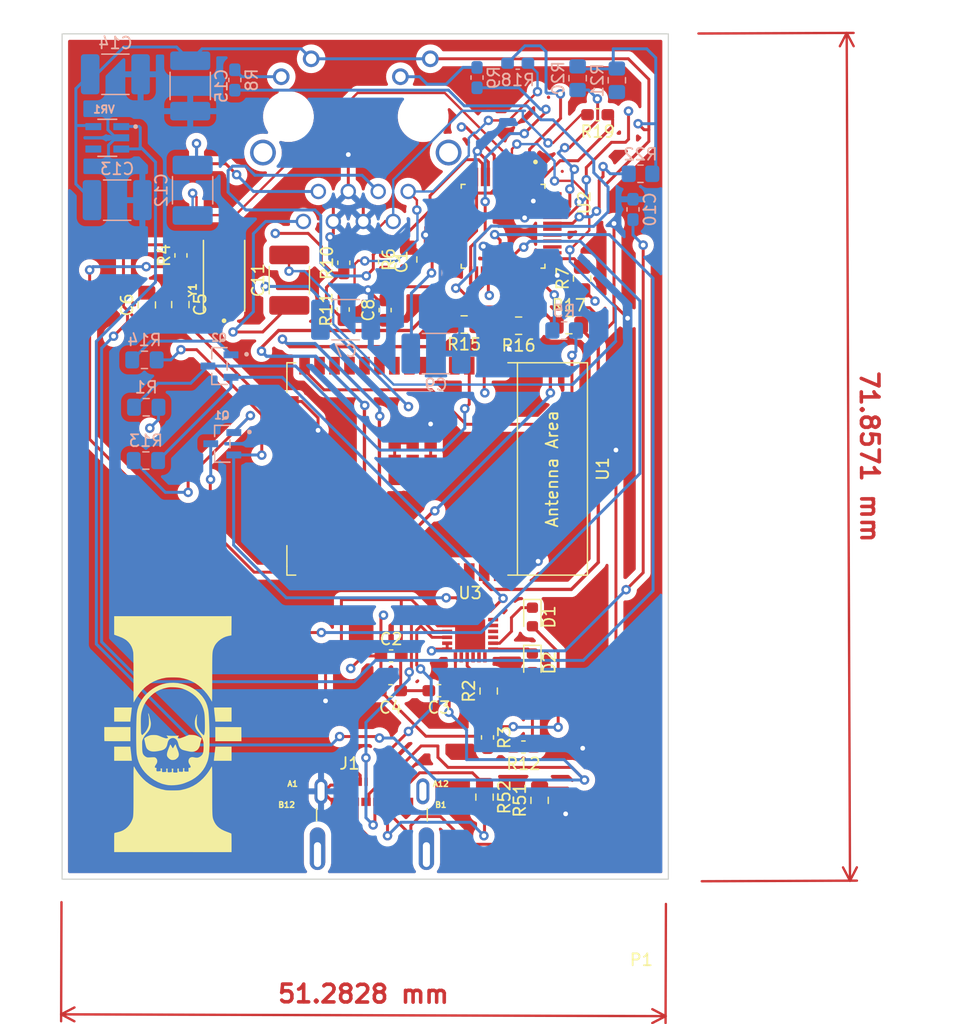
<source format=kicad_pcb>
(kicad_pcb (version 20211014) (generator pcbnew)
  (layers (0 "F.Cu" signal) (1 "In1.Cu" signal) (2 "In2.Cu" signal) (31 "B.Cu" signal) (34 "B.Paste" user) (35 "F.Paste" user) (36 "B.SilkS" user "B.Silkscreen") (37 "F.SilkS" user "F.Silkscreen") (38 "B.Mask" user) (39 "F.Mask" user) (44 "Edge.Cuts" user))
  (net 0 "")
  (net 1 "Net-(C1-Pad1)")
  (net 2 "Net-(U3-Pad5)")
  (net 3 "+3V3")
  (net 4 "GND")
  (net 5 "Net-(C3-Pad1)")
  (net 6 "Net-(C5-Pad1)")
  (net 7 "Net-(C6-Pad1)")
  (net 8 "/INTN")
  (net 9 "Net-(C8-Pad1)")
  (net 10 "Net-(C9-Pad1)")
  (net 11 "Net-(C11-Pad1)")
  (net 12 "/RD-")
  (net 13 "Net-(C12-Pad1)")
  (net 14 "/RD+")
  (net 15 "Net-(D1-Pad1)")
  (net 16 "Net-(D1-Pad2)")
  (net 17 "Net-(D2-Pad1)")
  (net 18 "Net-(D2-Pad2)")
  (net 21 "Net-(J1-PadA5)")
  (net 22 "Net-(J1-PadA6)")
  (net 23 "Net-(J1-PadA7)")
  (net 29 "Net-(J1-PadB5)")
  (net 33 "/TD-")
  (net 34 "/TD+")
  (net 35 "/LED1")
  (net 36 "/LED2")
  (net 37 "Net-(Q1-Pad1)")
  (net 38 "/DTR")
  (net 39 "/GPIO0")
  (net 40 "Net-(Q2-Pad1)")
  (net 41 "/RST")
  (net 42 "/EN")
  (net 43 "Net-(R2-Pad2)")
  (net 44 "Net-(U2-Pad36)")
  (net 45 "Net-(R6-Pad2)")
  (net 46 "Net-(R7-Pad2)")
  (net 47 "Net-(R8-Pad1)")
  (net 48 "Net-(R9-Pad1)")
  (net 49 "/SCLK")
  (net 50 "Net-(R15-Pad2)")
  (net 51 "/MISO")
  (net 52 "Net-(R16-Pad2)")
  (net 53 "/MOSI")
  (net 54 "Net-(R17-Pad2)")
  (net 60 "/CS")
  (net 66 "Net-(R18-Pad1)")
  (net 75 "/RXD")
  (net 76 "/TXD")
  (net 79 "Net-(R19-Pad1)")
  (net 98 "/D-")
  (net 99 "/D+")
  (net 100 "/PMODE0")
  (net 105 "/PMODE1")
  (net 106 "/PMODE2")
  (footprint "Capacitor_SMD:C_0603_1608Metric_Pad1.08x0.95mm_HandSolder" (layer "F.Cu") (at 124.2568 128.1176 180)
    (fp_text reference "C3")
    (fp_text value "1uF")
  )
  (footprint "Capacitor_SMD:C_0603_1608Metric_Pad1.08x0.95mm_HandSolder" (layer "F.Cu") (at 102.362 91.2233 90)
    (fp_text reference "R4")
    (fp_text value "1M")
  )
  (footprint "CP2102N-A02-GQFN24:QFN50P400X400X80-25N" (layer "F.Cu") (at 126.8984 123.3424)
    (fp_text reference "U3")
    (fp_text value "CP2102N-Axx-xQFN24")
  )
  (footprint "Capacitor_SMD:C_0805_2012Metric_Pad1.18x1.45mm_HandSolder" (layer "F.Cu") (at 135.2804 97.1296)
    (fp_text reference "R17")
    (fp_text value "33.2")
  )
  (footprint "Capacitor_SMD:C_0603_1608Metric_Pad1.08x0.95mm_HandSolder" (layer "F.Cu") (at 137.7188 79.2988 180)
    (fp_text reference "R19")
    (fp_text value "100")
  )
  (footprint "LED_SMD:LED_0603_1608Metric" (layer "F.Cu") (at 132.1816 125.7555 -90)
    (fp_text reference "D2")
    (fp_text value "LED")
  )
  (footprint "ECS-250-18-23A-EN-TR:XTAL_ECS-250-18-23A-EN-TR" (layer "F.Cu") (at 106.0196 92.9505 90)
    (fp_text reference "Y1")
    (fp_text value "Crystal")
  )
  (footprint "Capacitor_SMD:C_0805_2012Metric_Pad1.18x1.45mm_HandSolder" (layer "F.Cu") (at 126.3904 97.0788 180)
    (fp_text reference "R15")
    (fp_text value "33.2")
  )
  (footprint "Resistor_SMD:R_0805_2012Metric_Pad1.20x1.40mm_HandSolder" (layer "F.Cu") (at 136.398 93.1832 90)
    (fp_text reference "R7")
    (fp_text value "10K")
  )
  (footprint "Capacitor_SMD:C_0805_2012Metric_Pad1.18x1.45mm_HandSolder" (layer "F.Cu") (at 99.4664 95.4182 90)
    (fp_text reference "C6")
    (fp_text value "7pF")
  )
  (footprint "Capacitor_SMD:C_0805_2012Metric_Pad1.18x1.45mm_HandSolder" (layer "F.Cu") (at 128.1176 137.1385 -90)
    (fp_text reference "R52")
    (fp_text value "5.1K")
  )
  (footprint "Capacitor_SMD:C_0603_1608Metric_Pad1.08x0.95mm_HandSolder" (layer "F.Cu") (at 120.1928 125.1712)
    (fp_text reference "C2")
    (fp_text value "0.1uF")
  )
  (footprint "Capacitor_SMD:C_0603_1608Metric_Pad1.08x0.95mm_HandSolder" (layer "F.Cu") (at 120.142 128.1176 180)
    (fp_text reference "C4")
    (fp_text value "1uF")
  )
  (footprint "Resistor_SMD:R_0805_2012Metric_Pad1.20x1.40mm_HandSolder" (layer "F.Cu") (at 121.6406 91.567 90)
    (fp_text reference "R6")
    (fp_text value "10K")
  )
  (footprint "Capacitor_SMD:C_0805_2012Metric_Pad1.18x1.45mm_HandSolder" (layer "F.Cu") (at 102.3112 95.3889 -90)
    (fp_text reference "C5")
    (fp_text value "7pF")
  )
  (footprint "2012670005:MOLEX_2012670005" (layer "F.Cu") (at 118.5672 136.6504)
    (fp_text reference "J1")
    (fp_text value "USB_C_Receptacle")
  )
  (footprint "Capacitor_SMD:C_0805_2012Metric_Pad1.18x1.45mm_HandSolder" (layer "F.Cu") (at 131.0132 97.1804 180)
    (fp_text reference "R16")
    (fp_text value "33.2")
  )
  (footprint "Capacitor_SMD:C_0603_1608Metric_Pad1.08x0.95mm_HandSolder" (layer "F.Cu") (at 128.3716 132.08 -90)
    (fp_text reference "R3")
    (fp_text value "100")
  )
  (footprint "Capacitor_SMD:C_0603_1608Metric_Pad1.08x0.95mm_HandSolder" (layer "F.Cu") (at 119.634 91.7702 -90)
    (fp_text reference "C1")
    (fp_text value "10nF")
  )
  (footprint "Capacitor_SMD:C_1812_4532Metric_Pad1.57x3.40mm_HandSolder" (layer "F.Cu") (at 111.5568 93.3196 90)
    (fp_text reference "C11")
    (fp_text value "6.8nF")
  )
  (footprint "Capacitor_SMD:C_0603_1608Metric_Pad1.08x0.95mm_HandSolder" (layer "F.Cu") (at 116.1288 95.8088 90)
    (fp_text reference "R11")
    (fp_text value "49.9")
  )
  (footprint "Capacitor_SMD:C_0805_2012Metric_Pad1.18x1.45mm_HandSolder" (layer "F.Cu") (at 128.4732 128.1469 90)
    (fp_text reference "R2")
    (fp_text value "10K")
  )
  (footprint "LED_SMD:LED_0603_1608Metric" (layer "F.Cu") (at 132.1816 121.8692 -90)
    (fp_text reference "D1")
    (fp_text value "LED")
  )
  (footprint "Capacitor_SMD:C_0603_1608Metric_Pad1.08x0.95mm_HandSolder" (layer "F.Cu") (at 119.6848 95.8596 90)
    (fp_text reference "C8")
    (fp_text value "0.1u")
  )
  (footprint "RB1-125BAG1A:WIZNET_RB1-125BAG1A" (layer "F.Cu") (at 117.19481 79.455235 180)
    (fp_text reference "P1")
    (fp_text value "RB1-125BAG1A")
  )
  (footprint "Capacitor_SMD:C_0603_1608Metric_Pad1.08x0.95mm_HandSolder" (layer "F.Cu") (at 131.4185 132.8928 180)
    (fp_text reference "R12")
    (fp_text value "100")
  )
  (footprint "W5500 (3):QFP50P900X900X160-48N" (layer "F.Cu") (at 129.6924 88.751925 -90)
    (fp_text reference "U2")
    (fp_text value "W5500")
  )
  (footprint "Espressif:ESP32-WROOM-32E" (layer "F.Cu") (at 122.3504 109.3216 -90)
    (fp_text reference "U1")
    (fp_text value "ESP32-WROOM-E")
  )
  (footprint "Capacitor_SMD:C_0805_2012Metric_Pad1.18x1.45mm_HandSolder" (layer "F.Cu") (at 132.7912 137.414 90)
    (fp_text reference "R51")
    (fp_text value "5.1K")
  )
  (footprint "Capacitor_SMD:C_0603_1608Metric_Pad1.08x0.95mm_HandSolder" (layer "F.Cu") (at 116.1796 91.8464 90)
    (fp_text reference "R10")
    (fp_text value "49.9")
  )
  (footprint "SEB:actual footprint" (layer "F.Cu") (at 101.6762 131.8006)
    (fp_text reference "    " hide)
    (fp_text value "LOGO" hide)
  )
  (footprint "Capacitor_SMD:C_0805_2012Metric_Pad1.18x1.45mm_HandSolder" (layer "B.Cu") (at 99.4156 104.0892 180)
    (fp_text reference "R1")
    (fp_text value "10K")
  )
  (footprint "Resistor_SMD:R_0805_2012Metric_Pad1.20x1.40mm_HandSolder" (layer "B.Cu") (at 139.3444 76.3778 -90)
    (fp_text reference "R21")
    (fp_text value "10K")
  )
  (footprint "Resistor_SMD:R_0805_2012Metric_Pad1.20x1.40mm_HandSolder" (layer "B.Cu") (at 141.351 84.3026 180)
    (fp_text reference "R22")
    (fp_text value "10K")
  )
  (footprint "AP7366-33W5-7:SOT95P285X140-5N" (layer "B.Cu") (at 96.1136 81.2546 180)
    (fp_text reference "VR1")
    (fp_text value "AP7366-33W5-7")
  )
  (footprint "Capacitor_SMD:C_1812_4532Metric_Pad1.57x3.40mm_HandSolder" (layer "B.Cu") (at 103.3526 85.6996 -90)
    (fp_text reference "C12")
    (fp_text value "6.8nF")
  )
  (footprint "Capacitor_SMD:C_0603_1608Metric_Pad1.08x0.95mm_HandSolder" (layer "B.Cu") (at 106.934 76.3524 90)
    (fp_text reference "R8")
    (fp_text value "470")
  )
  (footprint "Capacitor_SMD:C_1812_4532Metric_Pad1.57x3.40mm_HandSolder" (layer "B.Cu") (at 103.1494 76.8565 90)
    (fp_text reference "C15")
    (fp_text value "10nF")
  )
  (footprint "Capacitor_SMD:C_0603_1608Metric_Pad1.08x0.95mm_HandSolder" (layer "B.Cu") (at 127.4826 76.1492 90)
    (fp_text reference "R9")
    (fp_text value "470")
  )
  (footprint "Capacitor_SMD:C_0603_1608Metric_Pad1.08x0.95mm_HandSolder" (layer "B.Cu") (at 130.937 74.93)
    (fp_text reference "R18")
    (fp_text value "100")
  )
  (footprint "Capacitor_SMD:C_1812_4532Metric_Pad1.57x3.40mm_HandSolder" (layer "B.Cu") (at 123.9989 99.5426)
    (fp_text reference "C9")
    (fp_text value "6.8n")
  )
  (footprint "Capacitor_SMD:C_0603_1608Metric_Pad1.08x0.95mm_HandSolder" (layer "B.Cu") (at 140.716 87.3252 90)
    (fp_text reference "C10")
    (fp_text value "0.1uF")
  )
  (footprint "Resistor_SMD:R_0805_2012Metric_Pad1.20x1.40mm_HandSolder" (layer "B.Cu") (at 136.017 76.2 -90)
    (fp_text reference "R20")
    (fp_text value "10K")
  )
  (footprint "SOT95P230X110-3N:SOT95P230X110-3N" (layer "B.Cu") (at 105.8699 107.188 180)
    (fp_text reference "Q1")
    (fp_text value "BC817-40_215")
  )
  (footprint "Capacitor_SMD:C_1812_4532Metric_Pad1.57x3.40mm_HandSolder" (layer "B.Cu") (at 96.7994 75.8698 180)
    (fp_text reference "C14")
    (fp_text value "0.1uF")
  )
  (footprint "SOT95P230X110-3N:SOT95P230X110-3N" (layer "B.Cu") (at 105.628 100.5992 180)
    (fp_text reference "Q2")
    (fp_text value "BC817-40_215")
  )
  (footprint "Capacitor_SMD:C_1812_4532Metric_Pad1.57x3.40mm_HandSolder" (layer "B.Cu") (at 96.9518 86.5378 180)
    (fp_text reference "C13")
    (fp_text value "1uF")
  )
  (footprint "Capacitor_SMD:C_0805_2012Metric_Pad1.18x1.45mm_HandSolder" (layer "B.Cu") (at 99.3863 108.6104 180)
    (fp_text reference "R13")
    (fp_text value "10K")
  )
  (footprint "Resistor_SMD:R_0805_2012Metric_Pad1.20x1.40mm_HandSolder" (layer "B.Cu") (at 134.874 97.5868 180)
    (fp_text reference "R5")
    (fp_text value "10K")
  )
  (footprint "Capacitor_SMD:C_1812_4532Metric_Pad1.57x3.40mm_HandSolder" (layer "B.Cu") (at 116.332 96.6724)
    (fp_text reference "C7")
    (fp_text value "6.8nF")
  )
  (footprint "Capacitor_SMD:C_0805_2012Metric_Pad1.18x1.45mm_HandSolder" (layer "B.Cu") (at 99.2632 100.076 180)
    (fp_text reference "R14")
    (fp_text value "10k")
  )
  (gr_rect (start 143.7132 144.0942) (end 92.2782 72.4408) (layer "Edge.Cuts") (width 0.1) (fill none))
  (dimension (type aligned) (layer "F.Cu") (pts (xy 146.05 144.272) (xy 145.7706 72.4154)) (height 13.076178) (gr_text "71.8571 mm" (at 160.786365 108.285857 -89.77721796) (layer "F.Cu") (effects (font (size 1.5 1.5) (thickness 0.3)))) (format (units 3) (units_format 1) (precision 4)) (style (thickness 0.2) (arrow_length 1.27) (text_position_mode 0) (extension_height 0.58642) (extension_offset 0.5) keep_text_aligned))
  (dimension (type aligned) (layer "F.Cu") (pts (xy 143.51 145.6944) (xy 92.2274 145.542)) (height -10.008839) (gr_text "51.2828 mm" (at 117.844305 153.827003 -0.1702692744) (layer "F.Cu") (effects (font (size 1.5 1.5) (thickness 0.3)))) (format (units 3) (units_format 1) (precision 4)) (style (thickness 0.2) (arrow_length 1.27) (text_position_mode 0) (extension_height 0.58642) (extension_offset 0.5) keep_text_aligned))
  (segment (start 118.682111 92.366489) (end 118.682111 91.173911) (width 0.25) (layer "F.Cu") (net 1))
  (segment (start 118.9217 90.9077) (end 119.4562 90.9077) (width 0.25) (layer "F.Cu") (net 1))
  (segment (start 118.6688 91.1606) (end 118.9217 90.9077) (width 0.25) (layer "F.Cu") (net 1))
  (segment (start 118.0846 92.964) (end 118.682111 92.366489) (width 0.25) (layer "F.Cu") (net 1))
  (segment (start 118.682111 91.173911) (end 118.6688 91.1606) (width 0.25) (layer "F.Cu") (net 1))
  (via (at 118.0846 92.964) (size 0.8) (drill 0.4) (layers "F.Cu" "B.Cu") (net 1))
  (segment (start 117.726005 84.4296) (end 119.1006 85.804195) (width 0.25) (layer "B.Cu") (net 1))
  (segment (start 106.744111 83.654289) (end 107.860489 83.654289) (width 0.25) (layer "B.Cu") (net 1))
  (segment (start 114.2238 91.8464) (end 114.2238 87.8586) (width 0.25) (layer "B.Cu") (net 1))
  (segment (start 115.3414 92.964) (end 114.2238 91.8464) (width 0.25) (layer "B.Cu") (net 1))
  (segment (start 107.860489 83.654289) (end 108.6358 84.4296) (width 0.25) (layer "B.Cu") (net 1))
  (segment (start 107.867486 87.369684) (end 106.361889 85.864087) (width 0.25) (layer "B.Cu") (net 1))
  (segment (start 108.6358 84.4296) (end 117.726005 84.4296) (width 0.25) (layer "B.Cu") (net 1))
  (segment (start 113.734884 87.369684) (end 107.867486 87.369684) (width 0.25) (layer "B.Cu") (net 1))
  (segment (start 106.361889 85.864087) (end 106.361889 84.036511) (width 0.25) (layer "B.Cu") (net 1))
  (segment (start 106.361889 84.036511) (end 106.744111 83.654289) (width 0.25) (layer "B.Cu") (net 1))
  (segment (start 118.0846 92.964) (end 115.3414 92.964) (width 0.25) (layer "B.Cu") (net 1))
  (segment (start 114.2238 87.8586) (end 113.734884 87.369684) (width 0.25) (layer "B.Cu") (net 1))
  (segment (start 124.9484 124.0924) (end 124.9484 124.5924) (width 0.25) (layer "F.Cu") (net 2))
  (segment (start 140.1318 119.5578) (end 141.5796 118.11) (width 0.25) (layer "F.Cu") (net 2))
  (segment (start 141.5796 118.11) (end 141.5796 90.3478) (width 0.25) (layer "F.Cu") (net 2))
  (segment (start 123.7688 124.5924) (end 123.6218 124.7394) (width 0.25) (layer "F.Cu") (net 2))
  (segment (start 124.9484 124.5924) (end 123.7688 124.5924) (width 0.25) (layer "F.Cu") (net 2))
  (via (at 140.1318 119.5578) (size 0.8) (drill 0.4) (layers "F.Cu" "B.Cu") (net 2))
  (via (at 141.5796 90.3478) (size 0.8) (drill 0.4) (layers "F.Cu" "B.Cu") (net 2))
  (via (at 123.6218 124.7394) (size 0.8) (drill 0.4) (layers "F.Cu" "B.Cu") (net 2))
  (segment (start 140.716 89.4842) (end 141.5796 90.3478) (width 0.25) (layer "B.Cu") (net 2))
  (segment (start 140.1318 119.5578) (end 134.9502 124.7394) (width 0.25) (layer "B.Cu") (net 2))
  (segment (start 140.716 88.1877) (end 140.716 89.4842) (width 0.25) (layer "B.Cu") (net 2))
  (segment (start 141.5796 90.3478) (end 141.605 90.3732) (width 0.25) (layer "B.Cu") (net 2))
  (segment (start 124.2568 124.7394) (end 123.6218 124.7394) (width 0.25) (layer "B.Cu") (net 2))
  (segment (start 134.9502 124.7394) (end 124.2568 124.7394) (width 0.25) (layer "B.Cu") (net 2))
  (segment (start 127.4424 87.140947) (end 127.4424 86.140947) (width 0.25) (layer "F.Cu") (net 3))
  (segment (start 128.524 94.488) (end 128.4424 94.4064) (width 0.25) (layer "F.Cu") (net 3))
  (segment (start 130.644547 85.9388) (end 130.9424 85.640947) (width 0.25) (layer "F.Cu") (net 3))
  (segment (start 128.9424 84.571925) (end 128.9424 82.7398) (width 0.25) (layer "F.Cu") (net 3))
  (segment (start 126.581422 90.001925) (end 127.4424 89.140947) (width 0.25) (layer "F.Cu") (net 3))
  (segment (start 117.8306 125.1712) (end 119.3303 125.1712) (width 0.25) (layer "F.Cu") (net 3))
  (segment (start 114.4778 91.9734) (end 114.2746 91.7702) (width 0.25) (layer "F.Cu") (net 3))
  (segment (start 114.7064 95.2489) (end 116.1288 96.6713) (width 0.25) (layer "F.Cu") (net 3))
  (segment (start 142.0622 80.5688) (end 142.0622 81.5594) (width 0.25) (layer "F.Cu") (net 3))
  (segment (start 126.581422 88.001925) (end 127.4424 87.140947) (width 0.25) (layer "F.Cu") (net 3))
  (segment (start 128.0904 102.817389) (end 128.0904 100.5716) (width 0.25) (layer "F.Cu") (net 3))
  (segment (start 116.7638 126.238) (end 117.8306 125.1712) (width 0.25) (layer "F.Cu") (net 3))
  (segment (start 123.51934 74.555605) (end 140.316205 74.555605) (width 0.25) (layer "F.Cu") (net 3))
  (segment (start 141.6558 80.5688) (end 141.1478 80.0608) (width 0.25) (layer "F.Cu") (net 3))
  (segment (start 128.9424 82.7398) (end 126.7206 80.518) (width 0.25) (layer "F.Cu") (net 3))
  (segment (start 142.0622 81.5594) (end 138.3792 85.2424) (width 0.25) (layer "F.Cu") (net 3))
  (segment (start 128.143 102.869989) (end 128.0904 102.817389) (width 0.25) (layer "F.Cu") (net 3))
  (segment (start 115.2133 92.7089) (end 114.4778 91.9734) (width 0.25) (layer "F.Cu") (net 3))
  (segment (start 127.4424 89.140947) (end 127.4424 87.140947) (width 0.25) (layer "F.Cu") (net 3))
  (segment (start 127.4424 85.9388) (end 127.4424 86.140947) (width 0.25) (layer "F.Cu") (net 3))
  (segment (start 127.4064 130.048) (end 127.4064 131.9773) (width 0.25) (layer "F.Cu") (net 3))
  (segment (start 127.4064 131.9773) (end 128.3716 132.9425) (width 0.25) (layer "F.Cu") (net 3))
  (segment (start 123.1392 131.9773) (end 127.4064 131.9773) (width 0.25) (layer "F.Cu") (net 3))
  (segment (start 128.644547 85.9388) (end 130.644547 85.9388) (width 0.25) (layer "F.Cu") (net 3))
  (segment (start 136.579635 94.1832) (end 137.493571 95.097136) (width 0.25) (layer "F.Cu") (net 3))
  (segment (start 128.27 129.1844) (end 127.4064 130.048) (width 0.25) (layer "F.Cu") (net 3))
  (segment (start 119.2795 128.1176) (end 123.1392 131.9773) (width 0.25) (layer "F.Cu") (net 3))
  (segment (start 128.4424 94.4064) (end 128.4424 92.931925) (width 0.25) (layer "F.Cu") (net 3))
  (segment (start 126.7206 80.518) (end 126.5428 80.3402) (width 0.25) (layer "F.Cu") (net 3))
  (segment (start 114.2746 91.7702) (end 114.2746 90.4748) (width 0.25) (layer "F.Cu") (net 3))
  (segment (start 128.9424 85.640947) (end 128.9424 84.571925) (width 0.25) (layer "F.Cu") (net 3))
  (segment (start 114.7064 93.9292) (end 114.7064 95.2489) (width 0.25) (layer "F.Cu") (net 3))
  (segment (start 136.398 94.1832) (end 136.579635 94.1832) (width 0.25) (layer "F.Cu") (net 3))
  (segment (start 125.5124 88.001925) (end 126.581422 88.001925) (width 0.25) (layer "F.Cu") (net 3))
  (segment (start 127.4424 84.571925) (end 127.4424 85.9388) (width 0.25) (layer "F.Cu") (net 3))
  (segment (start 140.316205 74.555605) (end 142.0622 76.3016) (width 0.25) (layer "F.Cu") (net 3))
  (segment (start 128.3716 132.9425) (end 130.5063 132.9425) (width 0.25) (layer "F.Cu") (net 3))
  (segment (start 116.1796 92.7089) (end 115.9267 92.7089) (width 0.25) (layer "F.Cu") (net 3))
  (segment (start 128.524 94.615) (end 128.524 94.488) (width 0.25) (layer "F.Cu") (net 3))
  (segment (start 142.0622 76.3016) (end 142.0622 80.5688) (width 0.25) (layer "F.Cu") (net 3))
  (segment (start 113.157 89.3572) (end 110.363 89.3572) (width 0.25) (layer "F.Cu") (net 3))
  (segment (start 127.4424 85.9388) (end 128.644547 85.9388) (width 0.25) (layer "F.Cu") (net 3))
  (segment (start 142.0622 80.5688) (end 141.6558 80.5688) (width 0.25) (layer "F.Cu") (net 3))
  (segment (start 128.4732 129.1844) (end 128.27 129.1844) (width 0.25) (layer "F.Cu") (net 3))
  (segment (start 119.3303 125.1712) (end 119.3303 128.0668) (width 0.25) (layer "F.Cu") (net 3))
  (segment (start 130.5063 132.9425) (end 130.556 132.8928) (width 0.25) (layer "F.Cu") (net 3))
  (segment (start 126.5428 80.3402) (end 126.1618 80.3402) (width 0.25) (layer "F.Cu") (net 3))
  (segment (start 115.9267 92.7089) (end 114.7064 93.9292) (width 0.25) (layer "F.Cu") (net 3))
  (segment (start 119.3303 125.1712) (end 119.3303 121.9312) (width 0.25) (layer "F.Cu") (net 3))
  (segment (start 126.581422 87.001925) (end 125.5124 87.001925) (width 0.25) (layer "F.Cu") (net 3))
  (segment (start 119.3303 128.0668) (end 119.2795 128.1176) (width 0.25) (layer "F.Cu") (net 3))
  (segment (start 128.644547 85.9388) (end 128.9424 85.640947) (width 0.25) (layer "F.Cu") (net 3))
  (segment (start 125.5124 90.001925) (end 126.581422 90.001925) (width 0.25) (layer "F.Cu") (net 3))
  (segment (start 119.3303 121.9312) (end 119.5447 121.7168) (width 0.25) (layer "F.Cu") (net 3))
  (segment (start 116.1796 92.7089) (end 115.2133 92.7089) (width 0.25) (layer "F.Cu") (net 3))
  (segment (start 114.2746 90.4748) (end 113.5634 89.7636) (width 0.25) (layer "F.Cu") (net 3))
  (segment (start 130.9424 85.640947) (end 130.9424 84.571925) (width 0.25) (layer "F.Cu") (net 3))
  (segment (start 127.4424 86.140947) (end 126.581422 87.001925) (width 0.25) (layer "F.Cu") (net 3))
  (segment (start 113.5634 89.7636) (end 113.157 89.3572) (width 0.25) (layer "F.Cu") (net 3))
  (via (at 128.524 94.615) (size 0.8) (drill 0.4) (layers "F.Cu" "B.Cu") (net 3))
  (via (at 110.363 89.3572) (size 0.8) (drill 0.4) (layers "F.Cu" "B.Cu") (net 3))
  (via (at 126.1618 80.3402) (size 0.8) (drill 0.4) (layers "F.Cu" "B.Cu") (net 3))
  (via (at 141.1478 80.0608) (size 0.8) (drill 0.4) (layers "F.Cu" "B.Cu") (net 3))
  (via (at 137.493571 95.097136) (size 0.8) (drill 0.4) (layers "F.Cu" "B.Cu") (net 3))
  (via (at 109.5248 93.853) (size 0.8) (drill 0.4) (layers "F.Cu" "B.Cu") (net 3))
  (via (at 99.7204 105.8672) (size 0.8) (drill 0.4) (layers "F.Cu" "B.Cu") (net 3))
  (via (at 119.5447 121.7168) (size 0.8) (drill 0.4) (layers "F.Cu" "B.Cu") (net 3))
  (via (at 116.7638 126.238) (size 0.8) (drill 0.4) (layers "F.Cu" "B.Cu") (net 3))
  (via (at 121.666 104.0384) (size 0.8) (drill 0.4) (layers "F.Cu" "B.Cu") (net 3))
  (via (at 128.143 102.869989) (size 0.8) (drill 0.4) (layers "F.Cu" "B.Cu") (net 3))
  (segment (start 142.6464 80.0608) (end 142.6464 84.0072) (width 0.25) (layer "B.Cu") (net 3))
  (segment (start 94.8143 86.5378) (end 93.4466 85.1701) (width 0.25) (layer "B.Cu") (net 3))
  (segment (start 141.8844 73.7108) (end 142.6464 74.4728) (width 0.25) (layer "B.Cu") (net 3))
  (segment (start 113.157 93.853) (end 109.5248 93.853) (width 0.25) (layer "B.Cu") (net 3))
  (segment (start 142.6464 84.0072) (end 142.351 84.3026) (width 0.25) (layer "B.Cu") (net 3))
  (segment (start 139.3604 75.4126) (end 136.2296 75.4126) (width 0.25) (layer "B.Cu") (net 3))
  (segment (start 94.6619 75.8698) (end 95.1992 75.8698) (width 0.25) (layer "B.Cu") (net 3))
  (segment (start 103.1494 74.719) (end 104.1576 73.7108) (width 0.25) (layer "B.Cu") (net 3))
  (segment (start 139.0396 75.3966) (end 139.0396 73.7108) (width 0.25) (layer "B.Cu") (net 3))
  (segment (start 139.0556 75.4126) (end 139.0396 75.3966) (width 0.25) (layer "B.Cu") (net 3))
  (segment (start 114.1945 94.8905) (end 113.157 93.853) (width 0.25) (layer "B.Cu") (net 3))
  (segment (start 93.4466 77.0851) (end 94.6619 75.8698) (width 0.25) (layer "B.Cu") (net 3))
  (segment (start 94.8372 80.2132) (end 94.9286 80.3046) (width 0.25) (layer "B.Cu") (net 3))
  (segment (start 93.4466 85.1701) (end 93.4466 80.2132) (width 0.25) (layer "B.Cu") (net 3))
  (segment (start 114.1945 94.8905) (end 114.1945 96.6724) (width 0.25) (layer "B.Cu") (net 3))
  (segment (start 112.565885 73.7108) (end 113.41119 74.556105) (width 0.25) (layer "B.Cu") (net 3))
  (segment (start 97.5106 73.5584) (end 101.9888 73.5584) (width 0.25) (layer "B.Cu") (net 3))
  (segment (start 100.4531 105.1345) (end 99.7204 105.8672) (width 0.25) (layer "B.Cu") (net 3))
  (segment (start 114.1945 96.6724) (end 114.3 96.6724) (width 0.25) (layer "B.Cu") (net 3))
  (segment (start 100.4531 104.0892) (end 100.4531 105.1345) (width 0.25) (layer "B.Cu") (net 3))
  (segment (start 139.0396 73.7108) (end 141.8844 73.7108) (width 0.25) (layer "B.Cu") (net 3))
  (segment (start 93.4466 80.2132) (end 93.4466 77.0851) (width 0.25) (layer "B.Cu") (net 3))
  (segment (start 104.1576 73.7108) (end 112.565885 73.7108) (width 0.25) (layer "B.Cu") (net 3))
  (segment (start 114.1945 96.6724) (end 114.1945 97.9131) (width 0.25) (layer "B.Cu") (net 3))
  (segment (start 142.6464 80.0608) (end 141.1478 80.0608) (width 0.25) (layer "B.Cu") (net 3))
  (segment (start 93.4466 80.2132) (end 94.8372 80.2132) (width 0.25) (layer "B.Cu") (net 3))
  (segment (start 139.5128 75.565) (end 139.3604 75.4126) (width 0.25) (layer "B.Cu") (net 3))
  (segment (start 142.6464 74.4728) (end 142.6464 80.0608) (width 0.25) (layer "B.Cu") (net 3))
  (segment (start 95.1992 75.8698) (end 97.5106 73.5584) (width 0.25) (layer "B.Cu") (net 3))
  (segment (start 101.9888 73.5584) (end 103.1494 74.719) (width 0.25) (layer "B.Cu") (net 3))
  (segment (start 136.2296 75.4126) (end 136.017 75.2) (width 0.25) (layer "B.Cu") (net 3))
  (segment (start 114.3 96.6724) (end 121.666 104.0384) (width 0.25) (layer "B.Cu") (net 3))
  (segment (start 113.41119 74.556105) (end 123.51884 74.556105) (width 0.25) (layer "B.Cu") (net 3))
  (segment (start 123.51884 74.556105) (end 123.51934 74.555605) (width 0.25) (layer "B.Cu") (net 3))
  (segment (start 109.4864 103.6016) (end 102.3112 96.4264) (width 0.25) (layer "F.Cu") (net 4))
  (segment (start 137.6426 97.7392) (end 137.6426 96.266) (width 0.25) (layer "F.Cu") (net 4))
  (segment (start 124.1425 87.8205) (end 124.1425 86.802803) (width 0.25) (layer "F.Cu") (net 4))
  (segment (start 135.7122 95.6564) (end 135.0772 95.0214) (width 0.25) (layer "F.Cu") (net 4))
  (segment (start 124.4092 88.9762) (end 124.434925 89.001925) (width 0.25) (layer "F.Cu") (net 4))
  (segment (start 129.3604 100.5716) (end 129.3604 100.0016) (width 0.25) (layer "F.Cu") (net 4))
  (segment (start 121.6406 92.567) (end 123.0884 91.1192) (width 0.25) (layer "F.Cu") (net 4))
  (segment (start 121.6172 136.0698) (end 121.6172 137.5404) (width 0.25) (layer "F.Cu") (net 4))
  (segment (start 121.5749 92.6327) (end 121.6406 92.567) (width 0.25) (layer "F.Cu") (net 4))
  (segment (start 138.184614 97.7392) (end 139.1037 96.820114) (width 0.25) (layer "F.Cu") (net 4))
  (segment (start 121.668 136.019) (end 121.6172 136.0698) (width 0.25) (layer "F.Cu") (net 4))
  (segment (start 113.9952 104.9964) (end 113.9952 106.045) (width 0.25) (layer "F.Cu") (net 4))
  (segment (start 120.4954 108.6416) (end 120.4954 107.1166) (width 0.25) (layer "F.Cu") (net 4))
  (segment (start 115.2906 87.074196) (end 116.560601 85.804195) (width 0.25) (layer "F.Cu") (net 4))
  (segment (start 115.9764 123.892586) (end 115.9764 120.396) (width 0.25) (layer "F.Cu") (net 4))
  (segment (start 127.520818 82.3843) (end 128.4424 83.305882) (width 0.25) (layer "F.Cu") (net 4))
  (segment (start 132.7912 138.4515) (end 130.4681 138.4515) (width 0.25) (layer "F.Cu") (net 4))
  (segment (start 120.4954 110.1666) (end 122.0204 110.1666) (width 0.25) (layer "F.Cu") (net 4))
  (segment (start 127.0938 135.0772) (end 128.1176 136.101) (width 0.25) (layer "F.Cu") (net 4))
  (segment (start 124.206 135.0772) (end 127.0938 135.0772) (width 0.25) (layer "F.Cu") (net 4))
  (segment (start 137.6426 96.266) (end 137.033 95.6564) (width 0.25) (layer "F.Cu") (net 4))
  (segment (start 119.634 92.6327) (end 119.634 94.9463) (width 0.25) (layer "F.Cu") (net 4))
  (segment (start 111.6004 103.6016) (end 112.6004 103.6016) (width 0.25) (layer "F.Cu") (net 4))
  (segment (start 128.4424 83.305882) (end 128.4424 84.571925) (width 0.25) (layer "F.Cu") (net 4))
  (segment (start 139.1037 94.5521) (end 139.1037 88.519) (width 0.25) (layer "F.Cu") (net 4))
  (segment (start 127.508 82.3843) (end 127.520818 82.3843) (width 0.25) (layer "F.Cu") (net 4))
  (segment (start 111.6004 103.6016) (end 111.6004 103.5884) (width 0.25) (layer "F.Cu") (net 4))
  (segment (start 115.0112 89.662) (end 114.9096 89.7636) (width 0.25) (layer "F.Cu") (net 4))
  (segment (start 119.634 94.9463) (end 119.6848 94.9971) (width 0.25) (layer "F.Cu") (net 4))
  (segment (start 123.5456 107.1164) (end 123.5454 107.1166) (width 0.25) (layer "F.Cu") (net 4))
  (segment (start 124.434925 89.001925) (end 125.5124 89.001925) (width 0.25) (layer "F.Cu") (net 4))
  (segment (start 121.0045 128.1176) (end 121.0045 125.222) (width 0.25) (layer "F.Cu") (net 4))
  (segment (start 101.5121 96.4264) (end 99.4664 94.3807) (width 0.25) (layer "F.Cu") (net 4))
  (segment (start 116.5098 82.7278) (end 116.5606 82.677) (width 0.25) (layer "F.Cu") (net 4))
  (segment (start 112.6004 103.6016) (end 113.9952 104.9964) (width 0.25) (layer "F.Cu") (net 4))
  (segment (start 123.0884 91.1192) (end 123.0884 89.527599) (width 0.25) (layer "F.Cu") (net 4))
  (segment (start 139.1037 95.3903) (end 140.2588 96.5454) (width 0.25) (layer "F.Cu") (net 4))
  (segment (start 131.4424 84.571925) (end 131.4424 85.64912) (width 0.25) (layer "F.Cu") (net 4))
  (segment (start 124.1425 87.8205) (end 124.461075 87.501925) (width 0.25) (layer "F.Cu") (net 4))
  (segment (start 123.5454 108.6416) (end 122.0204 108.6416) (width 0.25) (layer "F.Cu") (net 4))
  (segment (start 123.1275 88.836218) (end 124.1425 87.821218) (width 0.25) (layer "F.Cu") (net 4))
  (segment (start 132.869875 86.001925) (end 133.8724 86.001925) (width 0.25) (layer "F.Cu") (net 4))
  (segment (start 115.9764 120.396) (end 121.0818 120.396) (width 0.25) (layer "F.Cu") (net 4))
  (segment (start 132.2578 86.614) (end 132.869875 86.001925) (width 0.25) (layer "F.Cu") (net 4))
  (segment (start 121.0045 125.222) (end 121.0553 125.1712) (width 0.25) (layer "F.Cu") (net 4))
  (segment (start 124.1425 87.821218) (end 124.1425 87.8205) (width 0.25) (layer "F.Cu") (net 4))
  (segment (start 131.7374 118.0716) (end 132.6642 117.1448) (width 0.25) (layer "F.Cu") (net 4))
  (segment (start 128.6136 91.047) (end 128.016 90.4494) (width 0.25) (layer "F.Cu") (net 4))
  (segment (start 128.9424 91.047) (end 128.6136 91.047) (width 0.25) (layer "F.Cu") (net 4))
  (segment (start 129.3604 100.0016) (end 130.2004 99.1616) (width 0.25) (layer "F.Cu") (net 4))
  (segment (start 131.5212 85.72792) (end 131.5212 88.0364) (width 0.25) (layer "F.Cu") (net 4))
  (segment (start 139.2682 130.175) (end 136.4488 132.9944) (width 0.25) (layer "F.Cu") (net 4))
  (segment (start 120.4954 108.6416) (end 120.4954 110.1666) (width 0.25) (layer "F.Cu") (net 4))
  (segment (start 123.5454 110.1666) (end 123.6794 110.1666) (width 0.25) (layer "F.Cu") (net 4))
  (segment (start 121.0553 125.1712) (end 121.0553 120.4225) (width 0.25) (layer "F.Cu") (net 4))
  (segment (start 139.2682 107.7214) (end 139.2682 130.175) (width 0.25) (layer "F.Cu") (net 4))
  (segment (start 115.5672 136.1198) (end 115.0572 136.1198) (width 0.25) (layer "F.Cu") (net 4))
  (segment (start 115.2906 88.344195) (end 115.2906 89.3826) (width 0.25) (layer "F.Cu") (net 4))
  (segment (start 117.830601 88.344195) (end 117.830601 87.074195) (width 0.25) (layer "F.Cu") (net 4))
  (segment (start 115.2906 88.344195) (end 115.2906 87.074196) (width 0.25) (layer "F.Cu") (net 4))
  (segment (start 119.6848 94.9971) (end 119.0763 94.9971) (width 0.25) (layer "F.Cu") (net 4))
  (segment (start 123.0884 89.527599) (end 123.1275 89.488499) (width 0.25) (layer "F.Cu") (net 4))
  (segment (start 132.7912 138.4515) (end 134.8955 138.4515) (width 0.25) (layer "F.Cu") (net 4))
  (segment (start 124.443378 86.501925) (end 125.5124 86.501925) (width 0.25) (layer "F.Cu") (net 4))
  (segment (start 116.560601 85.804195) (end 116.5606 82.677) (width 0.25) (layer "F.Cu") (net 4))
  (segment (start 121.5672 136.1198) (end 121.668 136.019) (width 0.25) (layer "F.Cu") (net 4))
  (segment (start 114.2472 136.9298) (end 114.6272 136.9298) (width 0.25) (layer "F.Cu") (net 4))
  (segment (start 122.0204 108.6416) (end 120.4954 108.6416) (width 0.25) (layer "F.Cu") (net 4))
  (segment (start 114.6302 128.9812) (end 114.6302 125.238786) (width 0.25) (layer "F.Cu") (net 4))
  (segment (start 123.5456 105.5116) (end 123.5456 107.1164) (width 0.25) (layer "F.Cu") (net 4))
  (segment (start 126.173889 122.617889) (end 126.8984 123.3424) (width 0.25) (layer "F.Cu") (net 4))
  (segment (start 115.2906 89.3826) (end 115.0112 89.662) (width 0.25) (layer "F.Cu") (net 4))
  (segment (start 123.896901 89.488499) (end 124.4092 88.9762) (width 0.25) (layer "F.Cu") (net 4))
  (segment (start 120.4954 107.1166) (end 122.0204 107.1166) (width 0.25) (layer "F.Cu") (net 4))
  (segment (start 126.4734 123.3424) (end 126.8984 123.3424) (width 0.25) (layer "F.Cu") (net 4))
  (segment (start 139.1037 96.820114) (end 139.1037 94.5521) (width 0.25) (layer "F.Cu") (net 4))
  (segment (start 126.1484 124.0924) (end 126.8984 123.3424) (width 0.25) (layer "F.Cu") (net 4))
  (segment (start 115.0572 136.1198) (end 114.2472 136.9298) (width 0.25) (layer "F.Cu") (net 4))
  (segment (start 114.6272 136.9298) (end 115.5172 137.8198) (width 0.25) (layer "F.Cu") (net 4))
  (segment (start 121.92 120.396) (end 124.141889 122.617889) (width 0.25) (layer "F.Cu") (net 4))
  (segment (start 129.3604 118.0716) (end 131.7374 118.0716) (width 0.25) (layer "F.Cu") (net 4))
  (segment (start 134.8955 138.4515) (end 135.001 138.557) (width 0.25) (layer "F.Cu") (net 4))
  (segment (start 117.830601 87.074195) (end 116.560601 85.804195) (width 0.25) (layer "F.Cu") (net 4))
  (segment (start 123.5454 107.1166) (end 123.5454 110.1666) (width 0.25) (layer "F.Cu") (net 4))
  (segment (start 128.9424 92.931925) (end 128.9424 91.047) (width 0.25) (layer "F.Cu") (net 4))
  (segment (start 131.4424 85.64912) (end 131.5212 85.72792) (width 0.25) (layer "F.Cu") (net 4))
  (segment (start 122.6098 135.0772) (end 124.206 135.0772) (width 0.25) (layer "F.Cu") (net 4))
  (segment (start 137.033 95.6564) (end 135.7122 95.6564) (width 0.25) (layer "F.Cu") (net 4))
  (segment (start 119.634 92.6327) (end 121.5749 92.6327) (width 0.25) (layer "F.Cu") (net 4))
  (segment (start 119.888 94.7939) (end 119.6848 94.9971) (width 0.25) (layer "F.Cu") (net 4))
  (segment (start 114.6302 125.238786) (end 115.9764 123.892586) (width 0.25) (layer "F.Cu") (net 4))
  (segment (start 119.0763 94.9971) (end 118.237 94.1578) (width 0.25) (layer "F.Cu") (net 4))
  (segment (start 139.1037 94.5521) (end 139.1037 95.3903) (width 0.25) (layer "F.Cu") (net 4))
  (segment (start 121.0553 120.4225) (end 121.0818 120.396) (width 0.25) (layer "F.Cu") (net 4))
  (segment (start 124.1425 86.802803) (end 124.443378 86.501925) (width 0.25) (layer "F.Cu") (net 4))
  (segment (start 121.0818 120.396) (end 121.92 120.396) (width 0.25) (layer "F.Cu") (net 4))
  (segment (start 137.6426 97.7392) (end 138.184614 97.7392) (width 0.25) (layer "F.Cu") (net 4))
  (segment (start 123.1275 89.488499) (end 123.1275 88.836218) (width 0.25) (layer "F.Cu") (net 4))
  (segment (start 124.461075 87.501925) (end 125.5124 87.501925) (width 0.25) (layer "F.Cu") (net 4))
  (segment (start 121.668 136.019) (end 122.6098 135.0772) (width 0.25) (layer "F.Cu") (net 4))
  (segment (start 111.6004 103.6016) (end 109.4864 103.6016) (width 0.25) (layer "F.Cu") (net 4))
  (segment (start 135.0772 93.7006) (end 134.2898 92.9132) (width 0.25) (layer "F.Cu") (net 4))
  (segment (start 123.3943 128.1176) (end 121.0045 128.1176) (width 0.25) (layer "F.Cu") (net 4))
  (segment (start 124.141889 122.617889) (end 126.173889 122.617889) (width 0.25) (layer "F.Cu") (net 4))
  (segment (start 130.4681 138.4515) (end 128.1176 136.101) (width 0.25) (layer "F.Cu") (net 4))
  (segment (start 135.0772 95.0214) (end 135.0772 93.7006) (width 0.25) (layer "F.Cu") (net 4))
  (segment (start 102.3112 96.4264) (end 101.5121 96.4264) (width 0.25) (layer "F.Cu") (net 4))
  (segment (start 123.1275 89.488499) (end 123.896901 89.488499) (width 0.25) (layer "F.Cu") (net 4))
  (via (at 132.6642 117.1448) (size 0.8) (drill 0.4) (layers "F.Cu" "B.Cu") (net 4))
  (via (at 139.1037 88.519) (size 0.8) (drill 0.4) (layers "F.Cu" "B.Cu") (net 4))
  (via (at 131.5212 88.0364) (size 0.8) (drill 0.4) (layers "F.Cu" "B.Cu") (net 4))
  (via (at 114.6302 128.9812) (size 0.8) (drill 0.4) (layers "F.Cu" "B.Cu") (net 4))
  (via (at 140.2588 96.5454) (size 0.8) (drill 0.4) (layers "F.Cu" "B.Cu") (net 4))
  (via (at 134.2898 92.9132) (size 0.8) (drill 0.4) (layers "F.Cu" "B.Cu") (net 4))
  (via (at 130.2004 99.1616) (size 0.8) (drill 0.4) (layers "F.Cu" "B.Cu") (net 4))
  (via (at 136.4488 132.9944) (size 0.8) (drill 0.4) (layers "F.Cu" "B.Cu") (net 4))
  (via (at 123.1275 89.488499) (size 0.8) (drill 0.4) (layers "F.Cu" "B.Cu") (net 4))
  (via (at 113.9952 106.045) (size 0.8) (drill 0.4) (layers "F.Cu" "B.Cu") (net 4))
  (via (at 132.2578 86.614) (size 0.8) (drill 0.4) (layers "F.Cu" "B.Cu") (net 4))
  (via (at 139.2682 107.7214) (size 0.8) (drill 0.4) (layers "F.Cu" "B.Cu") (net 4))
  (via (at 127.508 82.3843) (size 0.8) (drill 0.4) (layers "F.Cu" "B.Cu") (net 4))
  (via (at 128.016 90.4494) (size 0.8) (drill 0.4) (layers "F.Cu" "B.Cu") (net 4))
  (via (at 135.001 138.557) (size 0.8) (drill 0.4) (layers "F.Cu" "B.Cu") (net 4))
  (via (at 115.0112 89.662) (size 0.8) (drill 0.4) (layers "F.Cu" "B.Cu") (net 4))
  (via (at 116.5606 82.677) (size 0.8) (drill 0.4) (layers "F.Cu" "B.Cu") (net 4))
  (via (at 118.237 94.1578) (size 0.8) (drill 0.4) (layers "F.Cu" "B.Cu") (net 4))
  (via (at 123.5456 105.5116) (size 0.8) (drill 0.4) (layers "F.Cu" "B.Cu") (net 4))
  (segment (start 96.2152 81.878663) (end 96.2152 83.2358) (width 0.25) (layer "B.Cu") (net 4))
  (segment (start 118.4695 96.6724) (end 118.4695 95.2461) (width 0.25) (layer "B.Cu") (net 4))
  (segment (start 126.1364 96.7486) (end 126.1364 99.5426) (width 0.25) (layer "B.Cu") (net 4))
  (segment (start 127.508 82.3843) (end 127.3302 82.5621) (width 0.25) (layer "B.Cu") (net 4))
  (segment (start 127.3302 85.217) (end 126.7714 85.7758) (width 0.25) (layer "B.Cu") (net 4))
  (segment (start 97.2986 81.2546) (end 96.839263 81.2546) (width 0.25) (layer "B.Cu") (net 4))
  (segment (start 126.15105 96.73395) (end 124.346311 94.929211) (width 0.25) (layer "B.Cu") (net 4))
  (segment (start 126.1911 96.774) (end 126.15105 96.73395) (width 0.25) (layer "B.Cu") (net 4))
  (segment (start 96.839263 81.2546) (end 96.1644 80.579737) (width 0.25) (layer "B.Cu") (net 4))
  (segment (start 128.6764 90.4494) (end 130.937 92.71) (width 0.25) (layer "B.Cu") (net 4))
  (segment (start 132.2578 86.614) (end 132.2578 87.2998) (width 0.25) (layer "B.Cu") (net 4))
  (segment (start 96.1644 80.579737) (end 96.1644 78.994) (width 0.25) (layer "B.Cu") (net 4))
  (segment (start 124.579599 88.0364) (end 131.5212 88.0364) (width 0.25) (layer "B.Cu") (net 4))
  (segment (start 96.839263 81.2546) (end 96.2152 81.878663) (width 0.25) (layer "B.Cu") (net 4))
  (segment (start 127.3302 82.5621) (end 127.3302 85.217) (width 0.25) (layer "B.Cu") (net 4))
  (segment (start 130.937 92.71) (end 131.1402 92.9132) (width 0.25) (layer "B.Cu") (net 4))
  (segment (start 126.238 96.8209) (end 126.1911 96.774) (width 0.25) (layer "B.Cu") (net 4))
  (segment (start 128.016 90.4494) (end 128.6764 90.4494) (width 0.25) (layer "B.Cu") (net 4))
  (segment (start 132.2578 87.2998) (end 131.5212 88.0364) (width 0.25) (layer "B.Cu") (net 4))
  (segment (start 124.346311 94.929211) (end 124.346311 92.113711) (width 0.25) (layer "B.Cu") (net 4))
  (segment (start 126.15105 96.73395) (end 126.1364 96.7486) (width 0.25) (layer "B.Cu") (net 4))
  (segment (start 115.0112 89.662) (end 120.430963 89.662) (width 0.25) (layer "B.Cu") (net 4))
  (segment (start 131.1402 92.9132) (end 134.2898 92.9132) (width 0.25) (layer "B.Cu") (net 4))
  (segment (start 123.1392 89.500199) (end 123.1275 89.488499) (width 0.25) (layer "B.Cu") (net 4))
  (segment (start 120.430963 89.662) (end 121.5136 88.579363) (width 0.25) (layer "B.Cu") (net 4))
  (segment (start 121.412 139.916711) (end 121.412 141.732) (width 0.25) (layer "F.Cu") (net 5))
  (segment (start 125.095 129.9464) (end 125.1193 129.9221) (width 0.25) (layer "F.Cu") (net 5))
  (segment (start 119.8172 137.8198) (end 119.8172 138.321911) (width 0.25) (layer "F.Cu") (net 5))
  (segment (start 117.0672 136.1198) (end 117.0672 136.9808) (width 0.25) (layer "F.Cu") (net 5))
  (segment (start 115.824 132.0038) (end 119.0752 132.0038) (width 0.25) (layer "F.Cu") (net 5))
  (segment (start 119.701803 141.92752) (end 117.3172 139.542917) (width 0.25) (layer "F.Cu") (net 5))
  (segment (start 117.3172 139.542917) (end 117.3172 137.8198) (width 0.25) (layer "F.Cu") (net 5))
  (segment (start 119.8172 137.0784) (end 120.0672 136.8284) (width 0.25) (layer "F.Cu") (net 5))
  (segment (start 125.1193 129.9221) (end 125.1193 128.1176) (width 0.25) (layer "F.Cu") (net 5))
  (segment (start 121.412 141.732) (end 121.21648 141.92752) (width 0.25) (layer "F.Cu") (net 5))
  (segment (start 125.6484 126.3704) (end 124.9172 127.1016) (width 0.25) (layer "F.Cu") (net 5))
  (segment (start 125.0188 134.62) (end 135.4836 134.62) (width 0.25) (layer "F.Cu") (net 5))
  (segment (start 124.9172 127.9155) (end 125.1193 128.1176) (width 0.25) (layer "F.Cu") (net 5))
  (segment (start 125.4656 128.4639) (end 125.1193 128.1176) (width 0.25) (layer "F.Cu") (net 5))
  (segment (start 135.4836 134.62) (end 135.5344 134.62) (width 0.25) (layer "F.Cu") (net 5))
  (segment (start 124.9172 127.1016) (end 124.9172 127.9155) (width 0.25) (layer "F.Cu") (net 5))
  (segment (start 124.1656 132.8008) (end 124.1656 133.7668) (width 0.25) (layer "F.Cu") (net 5))
  (segment (start 119.8172 138.321911) (end 121.412 139.916711) (width 0.25) (layer "F.Cu") (net 5))
  (segment (start 125.6484 125.2924) (end 125.6484 126.3704) (width 0.25) (layer "F.Cu") (net 5))
  (segment (start 120.0672 136.8284) (end 120.0672 136.1198) (width 0.25) (layer "F.Cu") (net 5))
  (segment (start 119.0752 132.0038) (end 119.2022 132.1308) (width 0.25) (layer "F.Cu") (net 5))
  (segment (start 117.0672 136.9808) (end 117.3172 137.2308) (width 0.25) (layer "F.Cu") (net 5))
  (segment (start 124.8156 134.4168) (end 125.0188 134.62) (width 0.25) (layer "F.Cu") (net 5))
  (segment (start 135.5344 134.62) (end 136.6012 135.6868) (width 0.25) (layer "F.Cu") (net 5))
  (segment (start 122.737178 132.8008) (end 124.1656 132.8008) (width 0.25) (layer "F.Cu") (net 5))
  (segment (start 120.0672 136.1198) (end 120.0672 135.470778) (width 0.25) (layer "F.Cu") (net 5))
  (segment (start 124.1656 133.7668) (end 124.8156 134.4168) (width 0.25) (layer "F.Cu") (net 5))
  (segment (start 119.8172 137.8198) (end 119.8172 137.0784) (width 0.25) (layer "F.Cu") (net 5))
  (segment (start 117.3172 137.2308) (end 117.3172 137.8198) (width 0.25) (layer "F.Cu") (net 5))
  (segment (start 121.21648 141.92752) (end 119.701803 141.92752) (width 0.25) (layer "F.Cu") (net 5))
  (segment (start 120.0672 135.470778) (end 122.737178 132.8008) (width 0.25) (layer "F.Cu") (net 5))
  (via (at 136.6012 135.6868) (size 0.8) (drill 0.4) (layers "F.Cu" "B.Cu") (net 5))
  (via (at 125.095 129.9464) (size 0.8) (drill 0.4) (layers "F.Cu" "B.Cu") (net 5))
  (via (at 115.824 132.0038) (size 0.8) (drill 0.4) (layers "F.Cu" "B.Cu") (net 5))
  (via (at 119.2022 132.1308) (size 0.8) (drill 0.4) (layers "F.Cu" "B.Cu") (net 5))
  (segment (start 98.9076 82.0166) (end 100.20132 83.31032) (width 0.25) (layer "B.Cu") (net 5))
  (segment (start 100.20132 93.490466) (end 95.18148 98.510306) (width 0.25) (layer "B.Cu") (net 5))
  (segment (start 97.3138 80.2894) (end 97.2986 80.3046) (width 0.25) (layer "B.Cu") (net 5))
  (segment (start 126.5936 131.445) (end 126.5936 133.9596) (width 0.25) (layer "B.Cu") (net 5))
  (segment (start 97.2986 82.2046) (end 97.757937 82.2046) (width 0.25) (layer "B.Cu") (net 5))
  (segment (start 115.1128 132.715) (end 115.824 132.0038) (width 0.25) (layer "B.Cu") (net 5))
  (segment (start 98.9076 82.1944) (end 98.9076 82.0166) (width 0.25) (layer "B.Cu") (net 5))
  (segment (start 98.806 80.2894) (end 97.3138 80.2894) (width 0.25) (layer "B.Cu") (net 5))
  (segment (start 120.422118 132.1308) (end 123.978118 135.6868) (width 0.25) (layer "B.Cu") (net 5))
  (segment (start 97.757937 82.2046) (end 97.768137 82.1944) (width 0.25) (layer "B.Cu") (net 5))
  (segment (start 98.9076 80.391) (end 98.806 80.2894) (width 0.25) (layer "B.Cu") (net 5))
  (segment (start 98.9076 82.0166) (end 98.9076 80.391) (width 0.25) (layer "B.Cu") (net 5))
  (segment (start 125.095 129.9464) (end 126.5936 131.445) (width 0.25) (layer "B.Cu") (net 5))
  (segment (start 123.978118 135.6868) (end 136.6012 135.6868) (width 0.25) (layer "B.Cu") (net 5))
  (segment (start 104.8004 132.715) (end 115.1128 132.715) (width 0.25) (layer "B.Cu") (net 5))
  (segment (start 126.5936 133.9596) (end 134.874 133.9596) (width 0.25) (layer "B.Cu") (net 5))
  (segment (start 95.18148 124.163598) (end 103.732882 132.715) (width 0.25) (layer "B.Cu") (net 5))
  (segment (start 103.732882 132.715) (end 104.8004 132.715) (width 0.25) (layer "B.Cu") (net 5))
  (segment (start 100.20132 83.31032) (end 100.20132 93.490466) (width 0.25) (layer "B.Cu") (net 5))
  (segment (start 134.874 133.9596) (end 136.6012 135.6868) (width 0.25) (layer "B.Cu") (net 5))
  (segment (start 97.768137 82.1944) (end 98.9076 82.1944) (width 0.25) (layer "B.Cu") (net 5))
  (segment (start 95.18148 98.510306) (end 95.18148 124.163598) (width 0.25) (layer "B.Cu") (net 5))
  (segment (start 119.2022 132.1308) (end 120.422118 132.1308) (width 0.25) (layer "B.Cu") (net 5))
  (segment (start 94.615 106.807) (end 94.615 92.456) (width 0.25) (layer "F.Cu") (net 6))
  (segment (start 103.3018 115.4938) (end 94.615 106.807) (width 0.25) (layer "F.Cu") (net 6))
  (segment (start 110.998 123.19) (end 103.3018 115.4938) (width 0.25) (layer "F.Cu") (net 6))
  (segment (start 102.362 92.0858) (end 102.362 94.3006) (width 0.25) (layer "F.Cu") (net 6))
  (segment (start 102.3112 94.3514) (end 103.1603 95.2005) (width 0.25) (layer "F.Cu") (net 6))
  (segment (start 103.1603 95.2005) (end 106.0196 95.2005) (width 0.25) (layer "F.Cu") (net 6))
  (segment (start 99.4156 92.1766) (end 102.2712 92.1766) (width 0.25) (layer "F.Cu") (net 6))
  (segment (start 94.615 92.456) (end 94.615 92.2274) (width 0.25) (layer "F.Cu") (net 6))
  (segment (start 129.9424 92.931925) (end 129.9424 91.862903) (width 0.25) (layer "F.Cu") (net 6))
  (segment (start 102.2712 92.1766) (end 102.362 92.0858) (width 0.25) (layer "F.Cu") (net 6))
  (segment (start 114.2746 123.19) (end 110.998 123.19) (width 0.25) (layer "F.Cu") (net 6))
  (segment (start 129.9424 91.862903) (end 131.279703 90.5256) (width 0.25) (layer "F.Cu") (net 6))
  (segment (start 131.279703 90.5256) (end 131.445 90.5256) (width 0.25) (layer "F.Cu") (net 6))
  (segment (start 102.362 94.3006) (end 102.3112 94.3514) (width 0.25) (layer "F.Cu") (net 6))
  (via (at 99.4156 92.1766) (size 0.8) (drill 0.4) (layers "F.Cu" "B.Cu") (net 6))
  (via (at 114.2746 123.19) (size 0.8) (drill 0.4) (layers "F.Cu" "B.Cu") (net 6))
  (via (at 94.615 92.456) (size 0.8) (drill 0.4) (layers "F.Cu" "B.Cu") (net 6))
  (via (at 131.445 90.5256) (size 0.8) (drill 0.4) (layers "F.Cu" "B.Cu") (net 6))
  (segment (start 94.8944 92.1766) (end 99.4156 92.1766) (width 0.25) (layer "B.Cu") (net 6))
  (segment (start 141.3002 109.711214) (end 127.821414 123.19) (width 0.25) (layer "B.Cu") (net 6))
  (segment (start 136.257689 90.029689) (end 141.3002 95.0722) (width 0.25) (layer "B.Cu") (net 6))
  (segment (start 94.615 92.456) (end 94.8944 92.1766) (width 0.25) (layer "B.Cu") (net 6))
  (segment (start 127.821414 123.19) (end 114.2746 123.19) (width 0.25) (layer "B.Cu") (net 6))
  (segment (start 131.445 90.5256) (end 131.940911 90.029689) (width 0.25) (layer "B.Cu") (net 6))
  (segment (start 141.3002 95.0722) (end 141.3002 109.711214) (width 0.25) (layer "B.Cu") (net 6))
  (segment (start 131.940911 90.029689) (end 136.257689 90.029689) (width 0.25) (layer "B.Cu") (net 6))
  (segment (start 98.3861 96.4557) (end 97.8281 95.8977) (width 0.25) (layer "F.Cu") (net 7))
  (segment (start 99.4664 96.4557) (end 98.3861 96.4557) (width 0.25) (layer "F.Cu") (net 7))
  (segment (start 97.8281 95.8977) (end 97.4852 95.5548) (width 0.25) (layer "F.Cu") (net 7))
  (segment (start 102.3236 90.3224) (end 102.362 90.3608) (width 0.25) (layer "F.Cu") (net 7))
  (segment (start 96.647 98.0694) (end 97.8281 96.8883) (width 0.25) (layer "F.Cu") (net 7))
  (segment (start 97.4852 95.5548) (end 97.4852 91.2368) (width 0.25) (layer "F.Cu") (net 7))
  (segment (start 102.362 90.3608) (end 102.7017 90.7005) (width 0.25) (layer "F.Cu") (net 7))
  (segment (start 98.3996 90.3224) (end 102.3236 90.3224) (width 0.25) (layer "F.Cu") (net 7))
  (segment (start 97.8281 96.8883) (end 97.8281 95.8977) (width 0.25) (layer "F.Cu") (net 7))
  (segment (start 102.7017 90.7005) (end 106.0196 90.7005) (width 0.25) (layer "F.Cu") (net 7))
  (segment (start 97.4852 91.2368) (end 98.3996 90.3224) (width 0.25) (layer "F.Cu") (net 7))
  (segment (start 129.4424 89.92) (end 128.9812 89.4588) (width 0.25) (layer "F.Cu") (net 7))
  (segment (start 129.4424 92.931925) (end 129.4424 89.92) (width 0.25) (layer "F.Cu") (net 7))
  (via (at 128.9812 89.4588) (size 0.8) (drill 0.4) (layers "F.Cu" "B.Cu") (net 7))
  (via (at 96.647 98.0694) (size 0.8) (drill 0.4) (layers "F.Cu" "B.Cu") (net 7))
  (segment (start 136.501451 125.550349) (end 142.4178 119.634) (width 0.25) (layer "B.Cu") (net 7))
  (segment (start 142.4178 93.1672) (end 138.7094 89.4588) (width 0.25) (layer "B.Cu") (net 7))
  (segment (start 117.0686 127.3556) (end 118.873851 125.550349) (width 0.25) (layer "B.Cu") (net 7))
  (segment (start 99.0092 127.3556) (end 117.0686 127.3556) (width 0.25) (layer "B.Cu") (net 7))
  (segment (start 96.647 98.0694) (end 95.631 99.0854) (width 0.25) (layer "B.Cu") (net 7))
  (segment (start 118.873851 125.550349) (end 136.501451 125.550349) (width 0.25) (layer "B.Cu") (net 7))
  (segment (start 142.4178 119.634) (end 142.4178 93.1672) (width 0.25) (layer "B.Cu") (net 7))
  (segment (start 138.7094 89.4588) (end 128.9812 89.4588) (width 0.25) (layer "B.Cu") (net 7))
  (segment (start 95.631 123.9774) (end 99.0092 127.3556) (width 0.25) (layer "B.Cu") (net 7))
  (segment (start 95.631 99.0854) (end 95.631 123.9774) (width 0.25) (layer "B.Cu") (net 7))
  (segment (start 114.5032 102.616) (end 112.8504 100.9632) (width 0.25) (layer "F.Cu") (net 8))
  (segment (start 132.9436 105.537) (end 126.5428 105.537) (width 0.25) (layer "F.Cu") (net 8))
  (segment (start 135.5344 99.695) (end 135.5344 102.9462) (width 0.25) (layer "F.Cu") (net 8))
  (segment (start 123.6218 102.616) (end 114.5032 102.616) (width 0.25) (layer "F.Cu") (net 8))
  (segment (start 112.8504 100.9632) (end 112.8504 100.5716) (width 0.25) (layer "F.Cu") (net 8))
  (segment (start 126.5428 105.537) (end 123.6218 102.616) (width 0.25) (layer "F.Cu") (net 8))
  (segment (start 135.5344 102.9462) (end 132.9436 105.537) (width 0.25) (layer "F.Cu") (net 8))
  (via (at 135.5344 99.695) (size 0.8) (drill 0.4) (layers "F.Cu" "B.Cu") (net 8))
  (segment (start 135.874 97.5868) (end 135.874 99.3554) (width 0.25) (layer "B.Cu") (net 8))
  (segment (start 135.874 99.3554) (end 135.5344 99.695) (width 0.25) (layer "B.Cu") (net 8))
  (segment (start 121.1072 93.8784) (end 123.9266 93.8784) (width 0.25) (layer "F.Cu") (net 9))
  (segment (start 124.32532 90.619983) (end 124.443378 90.501925) (width 0.25) (layer "F.Cu") (net 9))
  (segment (start 120.8532 95.8596) (end 120.8532 94.1324) (width 0.25) (layer "F.Cu") (net 9))
  (segment (start 123.9266 93.8784) (end 124.3584 93.4466) (width 0.25) (layer "F.Cu") (net 9))
  (segment (start 124.443378 90.501925) (end 125.5124 90.501925) (width 0.25) (layer "F.Cu") (net 9))
  (segment (start 119.6848 96.7221) (end 119.9907 96.7221) (width 0.25) (layer "F.Cu") (net 9))
  (segment (start 119.9907 96.7221) (end 120.8532 95.8596) (width 0.25) (layer "F.Cu") (net 9))
  (segment (start 119.6859 96.7232) (end 119.6848 96.7221) (width 0.25) (layer "F.Cu") (net 9))
  (segment (start 120.8532 94.1324) (end 121.1072 93.8784) (width 0.25) (layer "F.Cu") (net 9))
  (segment (start 124.3584 93.4466) (end 124.3584 90.653063) (width 0.25) (layer "F.Cu") (net 9))
  (segment (start 124.3584 90.653063) (end 124.32532 90.619983) (width 0.25) (layer "F.Cu") (net 9))
  (segment (start 125.5124 89.501925) (end 124.594675 89.501925) (width 0.25) (layer "F.Cu") (net 10))
  (segment (start 123.6218 92.71) (end 123.5202 92.8116) (width 0.25) (layer "F.Cu") (net 10))
  (segment (start 123.6726 90.424) (end 123.6726 92.6592) (width 0.25) (layer "F.Cu") (net 10))
  (segment (start 123.6726 92.6592) (end 123.6218 92.71) (width 0.25) (layer "F.Cu") (net 10))
  (segment (start 124.594675 89.501925) (end 123.6726 90.424) (width 0.25) (layer "F.Cu") (net 10))
  (via (at 123.6218 92.71) (size 0.8) (drill 0.4) (layers "F.Cu" "B.Cu") (net 10))
  (segment (start 121.9161 94.4157) (end 121.9161 99.4879) (width 0.25) (layer "B.Cu") (net 10))
  (segment (start 123.6218 92.71) (end 121.9161 94.4157) (width 0.25) (layer "B.Cu") (net 10))
  (segment (start 121.9161 99.4879) (end 121.8614 99.5426) (width 0.25) (layer "B.Cu") (net 10))
  (segment (start 109.3001 97.7138) (end 111.5568 95.4571) (width 0.25) (layer "F.Cu") (net 11))
  (segment (start 106.7816 97.7138) (end 109.3001 97.7138) (width 0.25) (layer "F.Cu") (net 11))
  (via (at 106.7816 97.7138) (size 0.8) (drill 0.4) (layers "F.Cu" "B.Cu") (net 11))
  (segment (start 108.5088 89.3826) (end 109.547205 88.344195) (width 0.25) (layer "B.Cu") (net 11))
  (segment (start 108.5088 95.9866) (end 108.5088 89.3826) (width 0.25) (layer "B.Cu") (net 11))
  (segment (start 109.547205 88.344195) (end 112.7506 88.344195) (width 0.25) (layer "B.Cu") (net 11))
  (segment (start 106.7816 97.7138) (end 108.5088 95.9866) (width 0.25) (layer "B.Cu") (net 11))
  (segment (start 130.4424 82.2064) (end 130.8608 81.788) (width 0.2) (layer "F.Cu") (net 12))
  (segment (start 130.4424 82.2332) (end 130.4424 82.2064) (width 0.2) (layer "F.Cu") (net 12))
  (segment (start 136.8552 86.107341) (end 136.8552 87.7824) (width 0.2) (layer "F.Cu") (net 12))
  (segment (start 130.4424 84.571925) (end 130.4424 82.2332) (width 0.2) (layer "F.Cu") (net 12))
  (segment (start 137.0076 89.1032) (end 136.8933 89.2175) (width 0.2) (layer "F.Cu") (net 12))
  (segment (start 136.8933 89.2175) (end 135.3566 90.7542) (width 0.2) (layer "F.Cu") (net 12))
  (segment (start 134.0612 84.9122) (end 134.074911 84.898489) (width 0.2) (layer "F.Cu") (net 12))
  (segment (start 111.5314 92.5576) (end 111.5314 91.2075) (width 0.2) (layer "F.Cu") (net 12))
  (segment (start 111.5314 91.2075) (end 111.5568 91.1821) (width 0.2) (layer "F.Cu") (net 12))
  (segment (start 135.646348 84.898489) (end 136.8552 86.107341) (width 0.2) (layer "F.Cu") (net 12))
  (segment (start 136.8552 87.7824) (end 137.0076 87.9348) (width 0.2) (layer "F.Cu") (net 12))
  (segment (start 137.0076 87.9348) (end 137.0076 89.1032) (width 0.2) (layer "F.Cu") (net 12))
  (segment (start 134.074911 84.898489) (end 135.646348 84.898489) (width 0.2) (layer "F.Cu") (net 12))
  (via (at 134.0612 84.9122) (size 0.8) (drill 0.4) (layers "F.Cu" "B.Cu") (net 12))
  (via (at 135.3566 90.7542) (size 0.8) (drill 0.4) (layers "F.Cu" "B.Cu") (net 12))
  (via (at 130.8608 81.788) (size 0.8) (drill 0.4) (layers "F.Cu" "B.Cu") (net 12))
  (via (at 111.5314 92.5576) (size 0.8) (drill 0.4) (layers "F.Cu" "B.Cu") (net 12))
  (segment (start 115.28152 94.98692) (end 115.28152 97.04432) (width 0.2) (layer "B.Cu") (net 12))
  (segment (start 135.3566 90.7542) (end 135.3566 91.7448) (width 0.2) (layer "B.Cu") (net 12))
  (segment (start 139.2428 95.631) (end 139.2428 98.5012) (width 0.2) (layer "B.Cu") (net 12))
  (segment (start 115.28152 97.04432) (end 120.407689 102.170489) (width 0.2) (layer "B.Cu") (net 12))
  (segment (start 135.3566 91.7448) (end 139.2428 95.631) (width 0.2) (layer "B.Cu") (net 12))
  (segment (start 139.2428 98.5012) (end 135.573511 102.170489) (width 0.27) (layer "B.Cu") (net 12))
  (segment (start 134.0612 84.9122) (end 134.0612 83.2358) (width 0.2) (layer "B.Cu") (net 12))
  (segment (start 120.407689 102.170489) (end 135.573511 102.170489) (width 0.2) (layer "B.Cu") (net 12))
  (segment (start 134.0612 83.2358) (end 132.6134 81.788) (width 0.2) (layer "B.Cu") (net 12))
  (segment (start 111.5314 92.5576) (end 112.8522 92.5576) (width 0.2) (layer "B.Cu") (net 12))
  (segment (start 112.8522 92.5576) (end 115.28152 94.98692) (width 0.2) (layer "B.Cu") (net 12))
  (segment (start 132.6134 81.788) (end 130.8608 81.788) (width 0.2) (layer "B.Cu") (net 12))
  (segment (start 106.1546 83.447) (end 107.0864 84.3788) (width 0.25) (layer "F.Cu") (net 13))
  (segment (start 103.6828 83.447) (end 106.1546 83.447) (width 0.25) (layer "F.Cu") (net 13))
  (segment (start 103.6828 83.447) (end 103.6828 81.7372) (width 0.25) (layer "F.Cu") (net 13))
  (via (at 103.6828 81.7372) (size 0.8) (drill 0.4) (layers "F.Cu" "B.Cu") (net 13))
  (via (at 107.0864 84.3788) (size 0.8) (drill 0.4) (layers "F.Cu" "B.Cu") (net 13))
  (segment (start 103.6828 81.7372) (end 103.6828 83.2319) (width 0.25) (layer "B.Cu") (net 13))
  (segment (start 108.511795 85.804195) (end 114.0206 85.804195) (width 0.25) (layer "B.Cu") (net 13))
  (segment (start 103.6828 83.2319) (end 103.3526 83.5621) (width 0.25) (layer "B.Cu") (net 13))
  (segment (start 107.0864 84.3788) (end 108.511795 85.804195) (width 0.25) (layer "B.Cu") (net 13))
  (segment (start 103.7686 87.8078) (end 106.9848 87.8078) (width 0.2) (layer "F.Cu") (net 14))
  (segment (start 106.9848 87.8078) (end 117.337927 77.454673) (width 0.2) (layer "F.Cu") (net 14))
  (segment (start 103.3526 85.9536) (end 103.6828 86.2838) (width 0.2) (layer "F.Cu") (net 14))
  (segment (start 117.337927 77.454673) (end 124.749473 77.454673) (width 0.2) (layer "F.Cu") (net 14))
  (segment (start 103.6828 87.722) (end 103.7686 87.8078) (width 0.2) (layer "F.Cu") (net 14))
  (segment (start 129.9424 82.6476) (end 129.9424 84.571925) (width 0.2) (layer "F.Cu") (net 14))
  (segment (start 124.749473 77.454673) (end 129.9424 82.6476) (width 0.2) (layer "F.Cu") (net 14))
  (segment (start 103.6828 86.2838) (end 103.6828 87.722) (width 0.2) (layer "F.Cu") (net 14))
  (via (at 103.3526 85.9536) (size 0.8) (drill 0.4) (layers "F.Cu" "B.Cu") (net 14))
  (segment (start 103.3526 87.8371) (end 103.3526 85.9536) (width 0.2) (layer "B.Cu") (net 14))
  (segment (start 129.3996 124.0924) (end 130.4036 123.0884) (width 0.25) (layer "F.Cu") (net 15))
  (segment (start 128.8484 124.0924) (end 129.3996 124.0924) (width 0.25) (layer "F.Cu") (net 15))
  (segment (start 130.4036 121.92) (end 131.2419 121.0817) (width 0.25) (layer "F.Cu") (net 15))
  (segment (start 131.2419 121.0817) (end 132.1816 121.0817) (width 0.25) (layer "F.Cu") (net 15))
  (segment (start 130.4036 123.0884) (end 130.4036 121.92) (width 0.25) (layer "F.Cu") (net 15))
  (segment (start 130.556 131.1656) (end 128.4235 131.1656) (width 0.25) (layer "F.Cu") (net 16))
  (segment (start 134.366 124.8411) (end 134.366 131.2164) (width 0.25) (layer "F.Cu") (net 16))
  (segment (start 132.1816 122.6567) (end 134.366 124.8411) (width 0.25) (layer "F.Cu") (net 16))
  (segment (start 128.4235 131.1656) (end 128.3716 131.2175) (width 0.25) (layer "F.Cu") (net 16))
  (via (at 134.366 131.2164) (size 0.8) (drill 0.4) (layers "F.Cu" "B.Cu") (net 16))
  (via (at 130.556 131.1656) (size 0.8) (drill 0.4) (layers "F.Cu" "B.Cu") (net 16))
  (segment (start 130.6068 131.2164) (end 130.556 131.1656) (width 0.25) (layer "B.Cu") (net 16))
  (segment (start 134.366 131.2164) (end 130.6068 131.2164) (width 0.25) (layer "B.Cu") (net 16))
  (segment (start 128.8484 124.5924) (end 131.806 124.5924) (width 0.25) (layer "F.Cu") (net 17))
  (segment (start 131.806 124.5924) (end 132.1816 124.968) (width 0.25) (layer "F.Cu") (net 17))
  (segment (start 132.1816 126.543) (end 132.1816 132.7934) (width 0.25) (layer "F.Cu") (net 18))
  (segment (start 132.1816 132.7934) (end 132.281 132.8928) (width 0.25) (layer "F.Cu") (net 18))
  (segment (start 134.911489 141.135711) (end 126.733911 141.135711) (width 0.25) (layer "F.Cu") (net 21))
  (segment (start 116.586 134.3152) (end 113.03 134.3152) (width 0.25) (layer "F.Cu") (net 21))
  (segment (start 121.86152 140.87608) (end 121.8692 140.8684) (width 0.25) (layer "F.Cu") (net 21))
  (segment (start 121.8692 140.8684) (end 121.8692 139.5476) (width 0.25) (layer "F.Cu") (net 21))
  (segment (start 117.5672 135.2964) (end 117.5672 135.8404) (width 0.25) (layer "F.Cu") (net 21))
  (segment (start 122.6312 138.7856) (end 124.3838 138.7856) (width 0.25) (layer "F.Cu") (net 21))
  (segment (start 124.3838 138.7856) (end 126.733911 141.135711) (width 0.25) (layer "F.Cu") (net 21))
  (segment (start 136.7536 137.9728) (end 136.7536 139.2936) (width 0.25) (layer "F.Cu") (net 21))
  (segment (start 111.506 135.8392) (end 111.506 138.6332) (width 0.25) (layer "F.Cu") (net 21))
  (segment (start 121.8692 139.5476) (end 122.6312 138.7856) (width 0.25) (layer "F.Cu") (net 21))
  (segment (start 135.1573 136.3765) (end 136.7536 137.9728) (width 0.25) (layer "F.Cu") (net 21))
  (segment (start 136.7536 139.2936) (end 134.911489 141.135711) (width 0.25) (layer "F.Cu") (net 21))
  (segment (start 132.7912 136.3765) (end 135.1573 136.3765) (width 0.25) (layer "F.Cu") (net 21))
  (segment (start 117.99304 142.37704) (end 121.402677 142.37704) (width 0.25) (layer "F.Cu") (net 21))
  (segment (start 111.506 138.6332) (end 111.76 138.8872) (width 0.25) (layer "F.Cu") (net 21))
  (segment (start 121.86152 141.918198) (end 121.86152 140.87608) (width 0.25) (layer "F.Cu") (net 21))
  (segment (start 113.03 134.3152) (end 111.506 135.8392) (width 0.25) (layer "F.Cu") (net 21))
  (segment (start 117.5672 135.2964) (end 116.586 134.3152) (width 0.25) (layer "F.Cu") (net 21))
  (segment (start 121.402677 142.37704) (end 121.86152 141.918198) (width 0.25) (layer "F.Cu") (net 21))
  (segment (start 114.5032 138.8872) (end 117.99304 142.37704) (width 0.25) (layer "F.Cu") (net 21))
  (segment (start 111.76 138.8872) (end 114.5032 138.8872) (width 0.25) (layer "F.Cu") (net 21))
  (segment (start 123.8036 123.0924) (end 124.9484 123.0924) (width 0.25) (layer "F.Cu") (net 22))
  (segment (start 118.0672 133.8152) (end 118.0592 133.8072) (width 0.25) (layer "F.Cu") (net 22))
  (segment (start 118.0672 136.1198) (end 118.0672 133.8152) (width 0.25) (layer "F.Cu") (net 22))
  (segment (start 118.8172 137.8198) (end 118.8172 139.3484) (width 0.25) (layer "F.Cu") (net 22))
  (segment (start 122.301 121.5898) (end 123.8036 123.0924) (width 0.25) (layer "F.Cu") (net 22))
  (segment (start 121.91732 126.35448) (end 121.91732 121.97348) (width 0.25) (layer "F.Cu") (net 22))
  (segment (start 121.91732 121.97348) (end 122.301 121.5898) (width 0.25) (layer "F.Cu") (net 22))
  (segment (start 118.8172 139.3484) (end 118.6688 139.4968) (width 0.25) (layer "F.Cu") (net 22))
  (segment (start 121.729 126.5428) (end 121.91732 126.35448) (width 0.25) (layer "F.Cu") (net 22))
  (via (at 118.6688 139.4968) (size 0.8) (drill 0.4) (layers "F.Cu" "B.Cu") (net 22))
  (via (at 118.0592 133.8072) (size 0.8) (drill 0.4) (layers "F.Cu" "B.Cu") (net 22))
  (via (at 121.729 126.5428) (size 0.8) (drill 0.4) (layers "F.Cu" "B.Cu") (net 22))
  (segment (start 121.729 127.1402) (end 118.0592 130.81) (width 0.25) (layer "B.Cu") (net 22))
  (segment (start 118.0592 138.8872) (end 118.6688 139.4968) (width 0.25) (layer "B.Cu") (net 22))
  (segment (start 118.0592 130.81) (end 118.0592 133.8072) (width 0.25) (layer "B.Cu") (net 22))
  (segment (start 121.729 126.5428) (end 121.729 127.1402) (width 0.25) (layer "B.Cu") (net 22))
  (segment (start 118.0592 133.8072) (end 118.0592 138.8872) (width 0.25) (layer "B.Cu") (net 22))
  (segment (start 118.3172 136.8698) (end 118.3172 137.5404) (width 0.25) (layer "F.Cu") (net 23))
  (segment (start 119.0672 134.1708) (end 121.666 131.572) (width 0.25) (layer "F.Cu") (net 23))
  (segment (start 122.36684 125.949781) (end 122.36684 122.9868) (width 0.25) (layer "F.Cu") (net 23))
  (segment (start 123.667882 123.5924) (end 124.9484 123.5924) (width 0.25) (layer "F.Cu") (net 23))
  (segment (start 122.691919 126.27486) (end 122.36684 125.949781) (width 0.25) (layer "F.Cu") (net 23))
  (segment (start 122.714561 122.639079) (end 123.667882 123.5924) (width 0.25) (layer "F.Cu") (net 23))
  (segment (start 119.0672 136.1198) (end 119.0672 134.1708) (width 0.25) (layer "F.Cu") (net 23))
  (segment (start 122.36684 122.9868) (end 122.714561 122.639079) (width 0.25) (layer "F.Cu") (net 23))
  (segment (start 118.3172 136.8698) (end 119.0672 136.1198) (width 0.25) (layer "F.Cu") (net 23))
  (via (at 122.691919 126.27486) (size 0.8) (drill 0.4) (layers "F.Cu" "B.Cu") (net 23))
  (via (at 121.666 131.572) (size 0.8) (drill 0.4) (layers "F.Cu" "B.Cu") (net 23))
  (segment (start 123.5964 129.6416) (end 121.666 131.572) (width 0.25) (layer "B.Cu") (net 23))
  (segment (start 122.691919 126.27486) (end 123.5964 127.179341) (width 0.25) (layer "B.Cu") (net 23))
  (segment (start 123.5964 127.179341) (end 123.5964 129.6416) (width 0.25) (layer "B.Cu") (net 23))
  (segment (start 128.1176 138.176) (end 128.1176 140.3604) (width 0.25) (layer "F.Cu") (net 29))
  (segment (start 119.3172 138.468822) (end 119.888 139.039622) (width 0.25) (layer "F.Cu") (net 29))
  (segment (start 119.888 139.039622) (end 119.888 140.4112) (width 0.25) (layer "F.Cu") (net 29))
  (segment (start 128.1176 140.3604) (end 128.0668 140.4112) (width 0.25) (layer "F.Cu") (net 29))
  (segment (start 119.3172 137.8198) (end 119.3172 138.468822) (width 0.25) (layer "F.Cu") (net 29))
  (via (at 128.0668 140.4112) (size 0.8) (drill 0.4) (layers "F.Cu" "B.Cu") (net 29))
  (via (at 119.888 140.4112) (size 0.8) (drill 0.4) (layers "F.Cu" "B.Cu") (net 29))
  (segment (start 119.888 140.4112) (end 121.031 139.2682) (width 0.25) (layer "B.Cu") (net 29))
  (segment (start 126.9238 139.2682) (end 128.0668 140.4112) (width 0.25) (layer "B.Cu") (net 29))
  (segment (start 121.031 139.2682) (end 126.9238 139.2682) (width 0.25) (layer "B.Cu") (net 29))
  (segment (start 117.0421 90.9839) (end 119.6848 88.3412) (width 0.2) (layer "F.Cu") (net 33))
  (segment (start 133.506022 81.691378) (end 133.929222 81.691378) (width 0.2) (layer "F.Cu") (net 33))
  (segment (start 133.929222 81.691378) (end 136.3218 79.2988) (width 0.2) (layer "F.Cu") (net 33))
  (segment (start 119.6848 88.3158) (end 120.342205 88.3158) (width 0.2) (layer "F.Cu") (net 33))
  (segment (start 119.6848 88.3412) (end 119.6848 88.3158) (width 0.2) (layer "F.Cu") (net 33))
  (segment (start 116.1796 90.9839) (end 117.0421 90.9839) (width 0.2) (layer "F.Cu") (net 33))
  (segment (start 120.342205 88.3158) (end 120.3706 88.344195) (width 0.2) (layer "F.Cu") (net 33))
  (segment (start 136.3218 79.2988) (end 136.8563 79.2988) (width 0.2) (layer "F.Cu") (net 33))
  (via (at 133.506022 81.691378) (size 0.8) (drill 0.4) (layers "F.Cu" "B.Cu") (net 33))
  (segment (start 120.3706 84.821945) (end 120.3706 88.344195) (width 0.2) (layer "B.Cu") (net 33))
  (segment (start 131.3688 78.9686) (end 131.3688 79.554156) (width 0.2) (layer "B.Cu") (net 33))
  (segment (start 131.3688 79.554156) (end 133.506022 81.691378) (width 0.2) (layer "B.Cu") (net 33))
  (segment (start 131.3688 78.9686) (end 126.223945 78.9686) (width 0.2) (layer "B.Cu") (net 33))
  (segment (start 131.5466 78.9686) (end 131.3688 78.9686) (width 0.2) (layer "B.Cu") (net 33))
  (segment (start 126.223945 78.9686) (end 120.3706 84.821945) (width 0.2) (layer "B.Cu") (net 33))
  (segment (start 117.0929 94.9463) (end 117.0929 91.9745) (width 0.2) (layer "F.Cu") (net 34))
  (segment (start 117.0929 91.9745) (end 117.3988 91.6686) (width 0.2) (layer "F.Cu") (net 34))
  (segment (start 132.6399 77.343) (end 132.6134 77.343) (width 0.2) (layer "F.Cu") (net 34))
  (segment (start 121.6406 85.804195) (end 122.3772 86.540795) (width 0.2) (layer "F.Cu") (net 34))
  (segment (start 130.175 79.7814) (end 132.6134 77.343) (width 0.2) (layer "F.Cu") (net 34))
  (segment (start 116.1288 94.9463) (end 117.0929 94.9463) (width 0.2) (layer "F.Cu") (net 34))
  (segment (start 117.9322 91.6686) (end 117.9576 91.694) (width 0.2) (layer "F.Cu") (net 34))
  (segment (start 122.3772 86.540795) (end 122.3772 87.376) (width 0.2) (layer "F.Cu") (net 34))
  (segment (start 117.3988 91.6686) (end 117.9322 91.6686) (width 0.2) (layer "F.Cu") (net 34))
  (segment (start 128.4478 79.7814) (end 130.175 79.7814) (width 0.2) (layer "F.Cu") (net 34))
  (via (at 117.9576 91.694) (size 0.8) (drill 0.4) (layers "F.Cu" "B.Cu") (net 34))
  (via (at 122.3772 87.376) (size 0.8) (drill 0.4) (layers "F.Cu" "B.Cu") (net 34))
  (via (at 128.4478 79.7814) (size 0.8) (drill 0.4) (layers "F.Cu" "B.Cu") (net 34))
  (via (at 132.6134 77.343) (size 0.8) (drill 0.4) (layers "F.Cu" "B.Cu") (net 34))
  (segment (start 120.65 91.694) (end 122.428 89.916) (width 0.2) (layer "B.Cu") (net 34))
  (segment (start 132.6134 75.7439) (end 132.6134 77.2922) (width 0.2) (layer "B.Cu") (net 34))
  (segment (start 127.2286 80.8228) (end 126.783089 81.268311) (width 0.2) (layer "B.Cu") (net 34))
  (segment (start 122.428 89.916) (end 122.428 87.4268) (width 0.2) (layer "B.Cu") (net 34))
  (segment (start 131.7995 74.93) (end 132.6134 75.7439) (width 0.2) (layer "B.Cu") (net 34))
  (segment (start 127.4064 80.8228) (end 127.2286 80.8228) (width 0.2) (layer "B.Cu") (net 34))
  (segment (start 128.4478 79.7814) (end 127.4064 80.8228) (width 0.2) (layer "B.Cu") (net 34))
  (segment (start 126.783089 82.759884) (end 123.738778 85.804195) (width 0.2) (layer "B.Cu") (net 34))
  (segment (start 123.738778 85.804195) (end 121.6406 85.804195) (width 0.2) (layer "B.Cu") (net 34))
  (segment (start 122.428 87.4268) (end 122.3772 87.376) (width 0.2) (layer "B.Cu") (net 34))
  (segment (start 126.783089 81.268311) (end 126.783089 82.759884) (width 0.2) (layer "B.Cu") (net 34))
  (segment (start 117.9576 91.694) (end 120.65 91.694) (width 0.2) (layer "B.Cu") (net 34))
  (segment (start 106.934 75.4899) (end 107.519705 76.075605) (width 0.25) (layer "B.Cu") (net 35))
  (segment (start 107.519705 76.075605) (end 110.86934 76.075605) (width 0.25) (layer "B.Cu") (net 35))
  (segment (start 120.98119 76.076105) (end 122.608905 76.076105) (width 0.25) (layer "B.Cu") (net 36))
  (segment (start 123.2408 76.708) (end 124.8664 76.708) (width 0.25) (layer "B.Cu") (net 36))
  (segment (start 122.608905 76.076105) (end 123.2408 76.708) (width 0.25) (layer "B.Cu") (net 36))
  (segment (start 124.8664 76.708) (end 126.2877 75.2867) (width 0.25) (layer "B.Cu") (net 36))
  (segment (start 126.2877 75.2867) (end 127.4572 75.2867) (width 0.25) (layer "B.Cu") (net 36))
  (segment (start 102.9716 110.0836) (end 108.2548 104.8004) (width 0.25) (layer "F.Cu") (net 37))
  (segment (start 102.9716 111.3028) (end 102.9716 110.0836) (width 0.25) (layer "F.Cu") (net 37))
  (via (at 102.9716 111.3028) (size 0.8) (drill 0.4) (layers "F.Cu" "B.Cu") (net 37))
  (via (at 108.2548 104.8004) (size 0.8) (drill 0.4) (layers "F.Cu" "B.Cu") (net 37))
  (segment (start 98.3488 108.6104) (end 101.0412 111.3028) (width 0.25) (layer "B.Cu") (net 37))
  (segment (start 106.8499 106.238) (end 106.8499 106.2053) (width 0.25) (layer "B.Cu") (net 37))
  (segment (start 106.8499 106.2053) (end 108.2548 104.8004) (width 0.25) (layer "B.Cu") (net 37))
  (segment (start 101.0412 111.3028) (end 102.9716 111.3028) (width 0.25) (layer "B.Cu") (net 37))
  (segment (start 109.22 104.740986) (end 109.22 108.1532) (width 0.25) (layer "F.Cu") (net 38))
  (segment (start 126.1484 120.668378) (end 125.723622 120.2436) (width 0.25) (layer "F.Cu") (net 38))
  (segment (start 103.691414 99.2124) (end 109.22 104.740986) (width 0.25) (layer "F.Cu") (net 38))
  (segment (start 126.1484 121.3924) (end 126.1484 120.668378) (width 0.25) (layer "F.Cu") (net 38))
  (segment (start 102.362 99.2124) (end 103.691414 99.2124) (width 0.25) (layer "F.Cu") (net 38))
  (segment (start 125.723622 120.2436) (end 124.8664 120.2436) (width 0.25) (layer "F.Cu") (net 38))
  (via (at 102.362 99.2124) (size 0.8) (drill 0.4) (layers "F.Cu" "B.Cu") (net 38))
  (via (at 109.22 108.1532) (size 0.8) (drill 0.4) (layers "F.Cu" "B.Cu") (net 38))
  (via (at 124.8664 120.2436) (size 0.8) (drill 0.4) (layers "F.Cu" "B.Cu") (net 38))
  (segment (start 106.8324 108.1555) (end 106.8499 108.138) (width 0.25) (layer "B.Cu") (net 38))
  (segment (start 109.2048 108.138) (end 109.22 108.1532) (width 0.25) (layer "B.Cu") (net 38))
  (segment (start 101.4984 100.076) (end 102.362 99.2124) (width 0.25) (layer "B.Cu") (net 38))
  (segment (start 106.8324 115.7732) (end 106.8324 108.1555) (width 0.25) (layer "B.Cu") (net 38))
  (segment (start 124.8664 120.2436) (end 111.3028 120.2436) (width 0.25) (layer "B.Cu") (net 38))
  (segment (start 111.3028 120.2436) (end 106.8324 115.7732) (width 0.25) (layer "B.Cu") (net 38))
  (segment (start 106.8499 108.138) (end 109.2048 108.138) (width 0.25) (layer "B.Cu") (net 38))
  (segment (start 100.3007 100.076) (end 101.4984 100.076) (width 0.25) (layer "B.Cu") (net 38))
  (segment (start 108.572 118.0716) (end 104.8512 114.3508) (width 0.25) (layer "F.Cu") (net 39))
  (segment (start 104.8512 110.236) (end 104.8766 110.2106) (width 0.25) (layer "F.Cu") (net 39))
  (segment (start 112.8504 118.0716) (end 108.572 118.0716) (width 0.25) (layer "F.Cu") (net 39))
  (segment (start 104.8512 114.3508) (end 104.8512 110.236) (width 0.25) (layer "F.Cu") (net 39))
  (via (at 104.8766 110.2106) (size 0.8) (drill 0.4) (layers "F.Cu" "B.Cu") (net 39))
  (segment (start 104.8899 110.1973) (end 104.8766 110.2106) (width 0.25) (layer "B.Cu") (net 39))
  (segment (start 104.8899 107.188) (end 104.8899 110.1973) (width 0.25) (layer "B.Cu") (net 39))
  (segment (start 104.8766 110.2106) (end 104.8512 110.236) (width 0.25) (layer "B.Cu") (net 39))
  (segment (start 98.2257 100.076) (end 99.813811 98.487889) (width 0.25) (layer "B.Cu") (net 40))
  (segment (start 105.446689 98.487889) (end 106.608 99.6492) (width 0.25) (layer "B.Cu") (net 40))
  (segment (start 99.813811 98.487889) (end 105.446689 98.487889) (width 0.25) (layer "B.Cu") (net 40))
  (segment (start 128.1484 121.3924) (end 128.5944 121.3924) (width 0.25) (layer "F.Cu") (net 41))
  (segment (start 128.5944 121.3924) (end 129.6924 120.2944) (width 0.25) (layer "F.Cu") (net 41))
  (via (at 129.6924 120.2944) (size 0.8) (drill 0.4) (layers "F.Cu" "B.Cu") (net 41))
  (segment (start 106.608 101.5492) (end 110.9472 101.5492) (width 0.25) (layer "B.Cu") (net 41))
  (segment (start 110.9472 101.5492) (end 129.6924 120.2944) (width 0.25) (layer "B.Cu") (net 41))
  (segment (start 106.608 102.4262) (end 106.608 101.5492) (width 0.25) (layer "B.Cu") (net 41))
  (segment (start 100.4238 108.6104) (end 106.608 102.4262) (width 0.25) (layer "B.Cu") (net 41))
  (segment (start 126.4412 104.2162) (end 126.8204 103.837) (width 0.25) (layer "F.Cu") (net 42))
  (segment (start 126.8204 103.837) (end 126.8204 100.5716) (width 0.25) (layer "F.Cu") (net 42))
  (via (at 126.4412 104.2162) (size 0.8) (drill 0.4) (layers "F.Cu" "B.Cu") (net 42))
  (segment (start 119.2022 107.7214) (end 124.587 107.7214) (width 0.25) (layer "B.Cu") (net 42))
  (segment (start 104.648 100.5992) (end 112.08 100.5992) (width 0.25) (layer "B.Cu") (net 42))
  (segment (start 100.4101 102.0572) (end 103.19 102.0572) (width 0.25) (layer "B.Cu") (net 42))
  (segment (start 103.19 102.0572) (end 104.648 100.5992) (width 0.25) (layer "B.Cu") (net 42))
  (segment (start 118.364 106.8832) (end 119.2022 107.7214) (width 0.25) (layer "B.Cu") (net 42))
  (segment (start 112.08 100.5992) (end 118.364 106.8832) (width 0.25) (layer "B.Cu") (net 42))
  (segment (start 124.587 107.7214) (end 126.4412 105.8672) (width 0.25) (layer "B.Cu") (net 42))
  (segment (start 126.4412 105.8672) (end 126.4412 104.2162) (width 0.25) (layer "B.Cu") (net 42))
  (segment (start 98.3781 104.0892) (end 100.4101 102.0572) (width 0.25) (layer "B.Cu") (net 42))
  (segment (start 126.6484 126.016422) (end 126.6484 125.2924) (width 0.25) (layer "F.Cu") (net 43))
  (segment (start 127.741378 127.1094) (end 126.6484 126.016422) (width 0.25) (layer "F.Cu") (net 43))
  (segment (start 128.4732 127.1094) (end 127.741378 127.1094) (width 0.25) (layer "F.Cu") (net 43))
  (segment (start 132.4424 92.9708) (end 134.0358 94.5642) (width 0.25) (layer "F.Cu") (net 44))
  (segment (start 132.4424 92.931925) (end 132.4424 92.9708) (width 0.25) (layer "F.Cu") (net 44))
  (via (at 134.0358 94.5642) (size 0.8) (drill 0.4) (layers "F.Cu" "B.Cu") (net 44))
  (segment (start 134.0358 97.425) (end 133.874 97.5868) (width 0.25) (layer "B.Cu") (net 44))
  (segment (start 134.0358 94.5642) (end 134.0358 97.425) (width 0.25) (layer "B.Cu") (net 44))
  (segment (start 122.3264 90.7299) (end 122.1232 90.9331) (width 0.25) (layer "F.Cu") (net 45))
  (segment (start 127.9424 83.4416) (end 127.9424 84.571925) (width 0.25) (layer "F.Cu") (net 45))
  (segment (start 126.5428 83.1088) (end 127.6096 83.1088) (width 0.25) (layer "F.Cu") (net 45))
  (segment (start 123.4948 86.1568) (end 126.5428 83.1088) (width 0.25) (layer "F.Cu") (net 45))
  (segment (start 127.6096 83.1088) (end 127.9424 83.4416) (width 0.25) (layer "F.Cu") (net 45))
  (segment (start 121.6406 89.2556) (end 123.4948 87.4014) (width 0.25) (layer "F.Cu") (net 45))
  (segment (start 123.4948 87.4014) (end 123.4948 86.1568) (width 0.25) (layer "F.Cu") (net 45))
  (segment (start 121.6406 90.567) (end 121.6406 89.2556) (width 0.25) (layer "F.Cu") (net 45))
  (segment (start 133.8724 91.501925) (end 135.716725 91.501925) (width 0.25) (layer "F.Cu") (net 46))
  (segment (start 135.716725 91.501925) (end 136.398 92.1832) (width 0.25) (layer "F.Cu") (net 46))
  (segment (start 125.9332 94.0054) (end 126.5174 94.5896) (width 0.25) (layer "F.Cu") (net 47))
  (segment (start 127.9424 93.825) (end 127.1778 94.5896) (width 0.25) (layer "F.Cu") (net 47))
  (segment (start 127.9424 92.931925) (end 127.9424 93.825) (width 0.25) (layer "F.Cu") (net 47))
  (segment (start 126.5174 94.5896) (end 127.1778 94.5896) (width 0.25) (layer "F.Cu") (net 47))
  (segment (start 125.6792 94.0054) (end 125.9332 94.0054) (width 0.25) (layer "F.Cu") (net 47))
  (via (at 125.6792 94.0054) (size 0.8) (drill 0.4) (layers "F.Cu" "B.Cu") (net 47))
  (segment (start 129.307925 88.760911) (end 129.281303 88.734289) (width 0.25) (layer "B.Cu") (net 47))
  (segment (start 127.291489 90.123897) (end 127.291489 92.393111) (width 0.25) (layer "B.Cu") (net 47))
  (segment (start 138.600519 85.422157) (end 138.600519 87.526443) (width 0.25) (layer "B.Cu") (net 47))
  (segment (start 138.600519 87.526443) (end 137.366051 88.760911) (width 0.25) (layer "B.Cu") (net 47))
  (segment (start 137.3886 83.185) (end 137.3886 84.210238) (width 0.25) (layer "B.Cu") (net 47))
  (segment (start 137.366051 88.760911) (end 129.307925 88.760911) (width 0.25) (layer "B.Cu") (net 47))
  (segment (start 128.681097 88.734289) (end 127.291489 90.123897) (width 0.25) (layer "B.Cu") (net 47))
  (segment (start 127.291489 92.393111) (end 125.6792 94.0054) (width 0.25) (layer "B.Cu") (net 47))
  (segment (start 131.722443 78.544081) (end 132.908962 79.7306) (width 0.25) (layer "B.Cu") (net 47))
  (segment (start 137.3886 84.210238) (end 138.600519 85.422157) (width 0.25) (layer "B.Cu") (net 47))
  (segment (start 129.281303 88.734289) (end 128.681097 88.734289) (width 0.25) (layer "B.Cu") (net 47))
  (segment (start 126.399788 78.544081) (end 131.722443 78.544081) (width 0.25) (layer "B.Cu") (net 47))
  (segment (start 133.9342 79.7306) (end 137.3886 83.185) (width 0.25) (layer "B.Cu") (net 47))
  (segment (start 125.070607 77.2149) (end 126.399788 78.544081) (width 0.25) (layer "B.Cu") (net 47))
  (segment (start 106.934 77.2149) (end 125.070607 77.2149) (width 0.25) (layer "B.Cu") (net 47))
  (segment (start 132.908962 79.7306) (end 133.9342 79.7306) (width 0.25) (layer "B.Cu") (net 47))
  (segment (start 131.4958 80.899) (end 133.3246 79.0702) (width 0.25) (layer "F.Cu") (net 48))
  (segment (start 133.3246 79.0702) (end 133.3246 78.8416) (width 0.25) (layer "F.Cu") (net 48))
  (segment (start 128.173684 89.267102) (end 126.9424 90.498386) (width 0.25) (layer "F.Cu") (net 48))
  (segment (start 128.173684 86.6633) (end 128.173684 89.267102) (width 0.25) (layer "F.Cu") (net 48))
  (segment (start 126.9424 90.498386) (end 126.9424 92.931925) (width 0.25) (layer "F.Cu") (net 48))
  (via (at 131.4958 80.899) (size 0.8) (drill 0.4) (layers "F.Cu" "B.Cu") (net 48))
  (via (at 133.3246 78.8416) (size 0.8) (drill 0.4) (layers "F.Cu" "B.Cu") (net 48))
  (via (at 128.173684 86.6633) (size 0.8) (drill 0.4) (layers "F.Cu" "B.Cu") (net 48))
  (segment (start 133.3246 78.8416) (end 132.8674 78.8416) (width 0.25) (layer "B.Cu") (net 48))
  (segment (start 130.2512 80.899) (end 131.4958 80.899) (width 0.25) (layer "B.Cu") (net 48))
  (segment (start 129.6416 81.5086) (end 130.2512 80.899) (width 0.25) (layer "B.Cu") (net 48))
  (segment (start 131.0375 77.0117) (end 127.4826 77.0117) (width 0.25) (layer "B.Cu") (net 48))
  (segment (start 132.8674 78.8416) (end 131.0375 77.0117) (width 0.25) (layer "B.Cu") (net 48))
  (segment (start 128.173684 86.6633) (end 128.173684 82.976516) (width 0.25) (layer "B.Cu") (net 48))
  (segment (start 128.173684 82.976516) (end 129.6416 81.5086) (width 0.25) (layer "B.Cu") (net 48))
  (segment (start 130.048 96.0628) (end 129.032 96.0628) (width 0.2794) (layer "F.Cu") (net 49))
  (segment (start 130.0988 96.012) (end 130.048 96.0628) (width 0.25) (layer "F.Cu") (net 49))
  (segment (start 130.9424 95.143718) (end 130.9424 92.931925) (width 0.2794) (layer "F.Cu") (net 49))
  (segment (start 128.45158 96.05512) (end 129.02432 96.05512) (width 0.2794) (layer "F.Cu") (net 49))
  (segment (start 127.4279 97.0788) (end 128.45158 96.05512) (width 0.2794) (layer "F.Cu") (net 49))
  (segment (start 130.0988 95.987318) (end 130.9424 95.143718) (width 0.2794) (layer "F.Cu") (net 49))
  (segment (start 129.02432 96.05512) (end 129.032 96.0628) (width 0.25) (layer "F.Cu") (net 49))
  (segment (start 130.0988 95.987318) (end 130.0988 96.012) (width 0.25) (layer "F.Cu") (net 49))
  (segment (start 119.2004 118.0716) (end 119.2004 104.8784) (width 0.2794) (layer "F.Cu") (net 50))
  (segment (start 119.2004 104.8784) (end 119.2276 104.8512) (width 0.25) (layer "F.Cu") (net 50))
  (segment (start 123.4733 98.9584) (end 125.3529 97.0788) (width 0.2794) (layer "F.Cu") (net 50))
  (segment (start 125.2513 96.9772) (end 125.3529 97.0788) (width 0.25) (layer "F.Cu") (net 50))
  (segment (start 110.9726 98.326) (end 111.605 98.9584) (width 0.2794) (layer "F.Cu") (net 50))
  (segment (start 111.605 98.9584) (end 123.4733 98.9584) (width 0.2794) (layer "F.Cu") (net 50))
  (via (at 110.9726 98.326) (size 0.8) (drill 0.4) (layers "F.Cu" "B.Cu") (net 50))
  (via (at 119.2276 104.8512) (size 0.8) (drill 0.4) (layers "F.Cu" "B.Cu") (net 50))
  (segment (start 119.2276 104.182186) (end 119.2276 104.8512) (width 0.2794) (layer "B.Cu") (net 50))
  (segment (start 110.9726 98.326) (end 111.34352 98.69692) (width 0.25) (layer "B.Cu") (net 50))
  (segment (start 111.34352 98.69692) (end 113.742334 98.69692) (width 0.27) (layer "B.Cu") (net 50))
  (segment (start 113.742334 98.69692) (end 119.2276 104.182186) (width 0.2794) (layer "B.Cu") (net 50))
  (segment (start 131.477889 96.607589) (end 132.0507 97.1804) (width 0.2794) (layer "F.Cu") (net 51))
  (segment (start 132.0507 97.1804) (end 131.7967 97.1804) (width 0.25) (layer "F.Cu") (net 51))
  (segment (start 131.477889 93.210511) (end 131.477889 96.607589) (width 0.2794) (layer "F.Cu") (net 51))
  (segment (start 130.048 97.1804) (end 133.7056 100.838) (width 0.2794) (layer "F.Cu") (net 52))
  (segment (start 129.9757 97.1804) (end 130.048 97.1804) (width 0.25) (layer "F.Cu") (net 52))
  (segment (start 121.3104 115.3668) (end 123.7996 112.8776) (width 0.2794) (layer "F.Cu") (net 52))
  (segment (start 123.7996 112.8776) (end 123.9012 112.8776) (width 0.25) (layer "F.Cu") (net 52))
  (segment (start 120.4704 118.0716) (end 120.4704 116.2068) (width 0.2794) (layer "F.Cu") (net 52))
  (segment (start 120.4704 116.2068) (end 121.3104 115.3668) (width 0.2794) (layer "F.Cu") (net 52))
  (segment (start 133.7056 100.838) (end 133.7056 102.87) (width 0.2794) (layer "F.Cu") (net 52))
  (via (at 133.7056 102.87) (size 0.8) (drill 0.4) (layers "F.Cu" "B.Cu") (net 52))
  (via (at 123.9012 112.8776) (size 0.8) (drill 0.4) (layers "F.Cu" "B.Cu") (net 52))
  (segment (start 123.9012 112.8776) (end 133.7056 103.0732) (width 0.2794) (layer "B.Cu") (net 52))
  (segment (start 133.7056 103.0732) (end 133.7056 102.87) (width 0.25) (layer "B.Cu") (net 52))
  (segment (start 131.9424 92.931925) (end 131.9424 94.8291) (width 0.2794) (layer "F.Cu") (net 53))
  (segment (start 131.9424 94.8291) (end 134.2429 97.1296) (width 0.2794) (layer "F.Cu") (net 53))
  (segment (start 128.6764 119.5324) (end 135.4836 119.5324) (width 0.2794) (layer "F.Cu") (net 54))
  (segment (start 136.3179 97.1296) (end 136.3179 97.4559) (width 0.25) (layer "F.Cu") (net 54))
  (segment (start 128.0904 118.9464) (end 128.6764 119.5324) (width 0.2794) (layer "F.Cu") (net 54))
  (segment (start 128.0904 118.0716) (end 128.0904 118.9464) (width 0.2794) (layer "F.Cu") (net 54))
  (segment (start 136.3179 97.4559) (end 137.7696 98.9076) (width 0.2794) (layer "F.Cu") (net 54))
  (segment (start 135.4836 119.5324) (end 137.7696 117.2464) (width 0.2794) (layer "F.Cu") (net 54))
  (segment (start 137.7696 117.2464) (end 137.7696 98.9076) (width 0.2794) (layer "F.Cu") (net 54))
  (segment (start 123.7742 95.6056) (end 129.8448 95.6056) (width 0.2794) (layer "F.Cu") (net 60))
  (segment (start 130.4424 95.008) (end 130.4424 92.931925) (width 0.2794) (layer "F.Cu") (net 60))
  (segment (start 110.6424 97.5868) (end 121.8692 97.5868) (width 0.2794) (layer "F.Cu") (net 60))
  (segment (start 129.8448 95.6056) (end 130.4424 95.008) (width 0.2794) (layer "F.Cu") (net 60))
  (segment (start 121.8692 97.5868) (end 123.7742 95.6818) (width 0.2794) (layer "F.Cu") (net 60))
  (segment (start 117.9304 118.0716) (end 117.9304 103.964) (width 0.2794) (layer "F.Cu") (net 60))
  (segment (start 109.1946 99.3394) (end 109.1946 99.0346) (width 0.25) (layer "F.Cu") (net 60))
  (segment (start 109.1946 99.0346) (end 110.6424 97.5868) (width 0.2794) (layer "F.Cu") (net 60))
  (segment (start 117.9304 103.964) (end 117.9576 103.9368) (width 0.25) (layer "F.Cu") (net 60))
  (via (at 117.9576 103.9368) (size 0.8) (drill 0.4) (layers "F.Cu" "B.Cu") (net 60))
  (via (at 109.1946 99.3394) (size 0.8) (drill 0.4) (layers "F.Cu" "B.Cu") (net 60))
  (segment (start 109.1946 99.3394) (end 109.1184 99.2632) (width 0.25) (layer "B.Cu") (net 60))
  (segment (start 109.6264 99.7712) (end 109.1946 99.3394) (width 0.2794) (layer "B.Cu") (net 60))
  (segment (start 117.9576 103.9368) (end 113.792 99.7712) (width 0.2794) (layer "B.Cu") (net 60))
  (segment (start 113.792 99.7712) (end 109.6264 99.7712) (width 0.2794) (layer "B.Cu") (net 60))
  (segment (start 134.55595 77.53405) (end 134.3649 77.343) (width 0.25) (layer "F.Cu") (net 66))
  (segment (start 134.5692 79.6036) (end 134.5692 77.5473) (width 0.25) (layer "F.Cu") (net 66))
  (segment (start 131.9424 84.571925) (end 131.9424 82.2304) (width 0.25) (layer "F.Cu") (net 66))
  (segment (start 131.9424 82.2304) (end 134.5692 79.6036) (width 0.25) (layer "F.Cu") (net 66))
  (segment (start 134.5692 77.5473) (end 134.55595 77.53405) (width 0.25) (layer "F.Cu") (net 66))
  (via (at 134.55595 77.53405) (size 0.8) (drill 0.4) (layers "F.Cu" "B.Cu") (net 66))
  (segment (start 132.842 73.4568) (end 133.337911 73.952711) (width 0.25) (layer "B.Cu") (net 66))
  (segment (start 130.0745 74.93) (end 131.5477 73.4568) (width 0.25) (layer "B.Cu") (net 66))
  (segment (start 133.337911 73.952711) (end 133.337911 77.3938) (width 0.25) (layer "B.Cu") (net 66))
  (segment (start 133.337911 77.3938) (end 133.414111 77.47) (width 0.25) (layer "B.Cu") (net 66))
  (segment (start 133.414111 77.47) (end 134.493 77.47) (width 0.25) (layer "B.Cu") (net 66))
  (segment (start 131.5477 73.4568) (end 132.842 73.4568) (width 0.25) (layer "B.Cu") (net 66))
  (segment (start 127.6484 120.668378) (end 125.5504 118.570378) (width 0.25) (layer "F.Cu") (net 75))
  (segment (start 125.5504 118.570378) (end 125.5504 118.0716) (width 0.25) (layer "F.Cu") (net 75))
  (segment (start 127.6484 121.3924) (end 127.6484 120.668378) (width 0.25) (layer "F.Cu") (net 75))
  (segment (start 127.1484 120.804096) (end 125.490415 119.146111) (width 0.25) (layer "F.Cu") (net 76))
  (segment (start 124.2804 118.4892) (end 124.2804 118.0716) (width 0.25) (layer "F.Cu") (net 76))
  (segment (start 127.1484 121.3924) (end 127.1484 120.804096) (width 0.25) (layer "F.Cu") (net 76))
  (segment (start 124.937311 119.146111) (end 124.2804 118.4892) (width 0.25) (layer "F.Cu") (net 76))
  (segment (start 125.490415 119.146111) (end 124.937311 119.146111) (width 0.25) (layer "F.Cu") (net 76))
  (segment (start 133.156875 84.571925) (end 134.531711 83.197089) (width 0.25) (layer "F.Cu") (net 79))
  (segment (start 134.531711 83.197089) (end 136.053511 83.197089) (width 0.25) (layer "F.Cu") (net 79))
  (segment (start 136.053511 83.197089) (end 138.9866 80.264) (width 0.25) (layer "F.Cu") (net 79))
  (segment (start 132.4424 84.571925) (end 133.156875 84.571925) (width 0.25) (layer "F.Cu") (net 79))
  (segment (start 138.9866 80.264) (end 138.9866 79.7041) (width 0.25) (layer "F.Cu") (net 79))
  (segment (start 138.9866 79.7041) (end 138.5813 79.2988) (width 0.25) (layer "F.Cu") (net 79))
  (segment (start 135.3566 87.086747) (end 134.941422 87.501925) (width 0.25) (layer "F.Cu") (net 100))
  (segment (start 137.7188 79.769576) (end 137.7188 77.978) (width 0.25) (layer "F.Cu") (net 100))
  (segment (start 137.7188 77.978) (end 137.6934 77.9526) (width 0.25) (layer "F.Cu") (net 100))
  (segment (start 135.3566 85.598) (end 135.3566 87.086747) (width 0.25) (layer "F.Cu") (net 100))
  (segment (start 134.9248 82.0928) (end 135.3312 82.0928) (width 0.25) (layer "F.Cu") (net 100))
  (segment (start 136.5504 80.8736) (end 136.614776 80.8736) (width 0.25) (layer "F.Cu") (net 100))
  (segment (start 135.3312 82.0928) (end 136.5504 80.8736) (width 0.25) (layer "F.Cu") (net 100))
  (segment (start 136.614776 80.8736) (end 137.7188 79.769576) (width 0.25) (layer "F.Cu") (net 100))
  (segment (start 134.941422 87.501925) (end 133.8724 87.501925) (width 0.25) (layer "F.Cu") (net 100))
  (via (at 135.7376 83.9216) (size 0.8) (drill 0.4) (layers "F.Cu" "B.Cu") (net 100))
  (via (at 135.3566 85.598) (size 0.8) (drill 0.4) (layers "F.Cu" "B.Cu") (net 100))
  (via (at 137.6934 77.9526) (size 0.8) (drill 0.4) (layers "F.Cu" "B.Cu") (net 100))
  (via (at 134.9248 82.0928) (size 0.8) (drill 0.4) (layers "F.Cu" "B.Cu") (net 100))
  (segment (start 135.5598 84.0994) (end 135.7376 83.9216) (width 0.25) (layer "B.Cu") (net 100))
  (segment (start 135.5344 85.4202) (end 135.3566 85.598) (width 0.25) (layer "B.Cu") (net 100))
  (segment (start 135.5598 84.201) (end 135.5598 84.0994) (width 0.25) (layer "B.Cu") (net 100))
  (segment (start 134.366 82.55) (end 134.8232 82.0928) (width 0.25) (layer "B.Cu") (net 100))
  (segment (start 136.9408 77.2) (end 137.6934 77.9526) (width 0.25) (layer "B.Cu") (net 100))
  (segment (start 136.017 77.2) (end 136.9408 77.2) (width 0.25) (layer "B.Cu") (net 100))
  (segment (start 135.5598 85.3948) (end 135.5598 84.201) (width 0.25) (layer "B.Cu") (net 100))
  (segment (start 134.8232 82.0928) (end 134.9248 82.0928) (width 0.25) (layer "B.Cu") (net 100))
  (segment (start 135.3566 85.598) (end 135.5598 85.3948) (width 0.25) (layer "B.Cu") (net 100))
  (segment (start 135.7376 83.9216) (end 134.366 82.55) (width 0.25) (layer "B.Cu") (net 100))
  (segment (start 136.7536 83.7692) (end 138.4046 82.1182) (width 0.25) (layer "F.Cu") (net 105))
  (segment (start 140.081 81.6356) (end 140.335 81.3816) (width 0.25) (layer "F.Cu") (net 105))
  (segment (start 135.07714 88.001925) (end 136.144 86.935065) (width 0.25) (layer "F.Cu") (net 105))
  (segment (start 138.8872 81.6356) (end 140.081 81.6356) (width 0.25) (layer "F.Cu") (net 105))
  (segment (start 140.335 81.3816) (end 140.335 78.994) (width 0.25) (layer "F.Cu") (net 105))
  (segment (start 138.4046 82.1182) (end 138.8872 81.6356) (width 0.25) (layer "F.Cu") (net 105))
  (segment (start 136.144 86.935065) (end 136.144 86.6902) (width 0.25) (layer "F.Cu") (net 105))
  (segment (start 136.7536 84.8106) (end 136.7536 83.7692) (width 0.25) (layer "F.Cu") (net 105))
  (segment (start 133.8724 88.001925) (end 135.07714 88.001925) (width 0.25) (layer "F.Cu") (net 105))
  (via (at 140.335 78.994) (size 0.8) (drill 0.4) (layers "F.Cu" "B.Cu") (net 105))
  (via (at 136.7536 84.8106) (size 0.8) (drill 0.4) (layers "F.Cu" "B.Cu") (net 105))
  (via (at 136.144 86.6902) (size 0.8) (drill 0.4) (layers "F.Cu" "B.Cu") (net 105))
  (segment (start 136.7536 84.8106) (end 136.7536 86.3092) (width 0.25) (layer "B.Cu") (net 105))
  (segment (start 136.7536 86.3092) (end 136.3726 86.6902) (width 0.25) (layer "B.Cu") (net 105))
  (segment (start 136.3726 86.6902) (end 136.144 86.6902) (width 0.25) (layer "B.Cu") (net 105))
  (segment (start 135.601739 88.501925) (end 133.8724 88.501925) (width 0.25) (layer "F.Cu") (net 106))
  (segment (start 136.156432 87.947232) (end 135.601739 88.501925) (width 0.25) (layer "F.Cu") (net 106))
  (segment (start 137.8458 87.249) (end 137.6172 87.4776) (width 0.25) (layer "F.Cu") (net 106))
  (segment (start 137.8458 84.8614) (end 137.8458 87.249) (width 0.25) (layer "F.Cu") (net 106))
  (segment (start 138.176 83.693) (end 138.176 84.5312) (width 0.25) (layer "F.Cu") (net 106))
  (segment (start 138.176 84.5312) (end 137.8458 84.8614) (width 0.25) (layer "F.Cu") (net 106))
  (via (at 136.156432 87.947232) (size 0.8) (drill 0.4) (layers "F.Cu" "B.Cu") (net 106))
  (via (at 138.176 83.693) (size 0.8) (drill 0.4) (layers "F.Cu" "B.Cu") (net 106))
  (via (at 137.6172 87.4776) (size 0.8) (drill 0.4) (layers "F.Cu" "B.Cu") (net 106))
  (segment (start 137.147568 87.947232) (end 137.6172 87.4776) (width 0.25) (layer "B.Cu") (net 106))
  (segment (start 140.351 84.3026) (end 138.7856 84.3026) (width 0.25) (layer "B.Cu") (net 106))
  (segment (start 138.7856 84.3026) (end 138.5824 84.0994) (width 0.25) (layer "B.Cu") (net 106))
  (segment (start 136.156432 87.947232) (end 137.147568 87.947232) (width 0.25) (layer "B.Cu") (net 106))
  (segment (start 140.351 84.3026) (end 139.8778 84.3026) (width 0.25) (layer "B.Cu") (net 106))
  (segment (start 138.5824 84.0994) (end 138.176 83.693) (width 0.25) (layer "B.Cu") (net 106))
  (zone (net 0) (net_name "") (layer "F.Cu") (connect_pads (clearance 0.508)) (min_thickness 0.254) (fill yes (thermal_gap 0.508) (thermal_bridge_width 0.508))
    (polygon (pts (xy 143.6878 144.0434) (xy 92.340858 144.14295) (xy 92.511042 72.590757) (xy 143.668707 72.63667)))
  )
  (zone (net 4) (net_name "GND") (layer "B.Cu") (connect_pads (clearance 0.508)) (min_thickness 0.254) (fill yes (thermal_gap 0.508) (thermal_bridge_width 0.508))
    (polygon (pts (xy 143.7894 144.0688) (xy 92.307271 144.041805) (xy 92.485071 73.658405) (xy 92.485071 72.591605) (xy 143.572645 72.674637)))
  )
)
</source>
